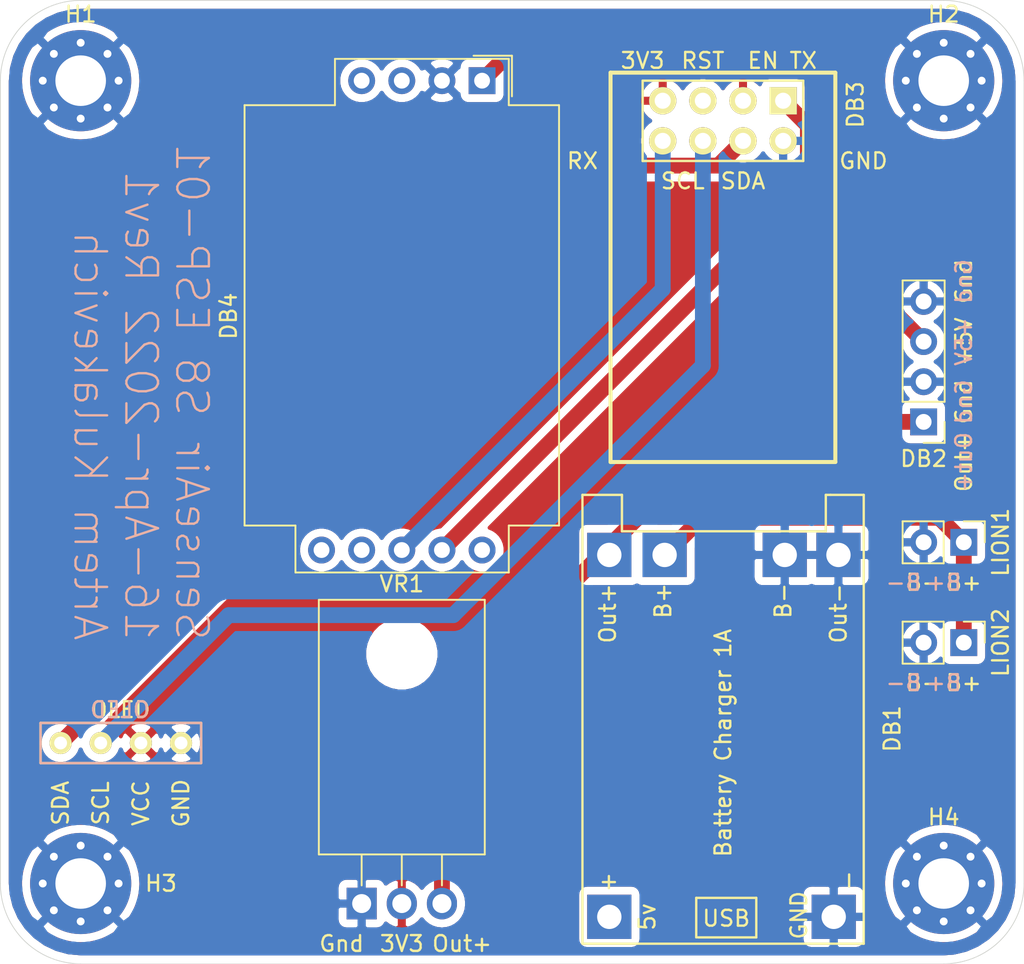
<source format=kicad_pcb>
(kicad_pcb (version 20171130) (host pcbnew "(5.1.10)-1")

  (general
    (thickness 1.6)
    (drawings 40)
    (tracks 28)
    (zones 0)
    (modules 12)
    (nets 17)
  )

  (page A4)
  (layers
    (0 F.Cu signal hide)
    (31 B.Cu signal)
    (32 B.Adhes user)
    (33 F.Adhes user)
    (34 B.Paste user)
    (35 F.Paste user)
    (36 B.SilkS user hide)
    (37 F.SilkS user)
    (38 B.Mask user)
    (39 F.Mask user)
    (40 Dwgs.User user)
    (41 Cmts.User user)
    (42 Eco1.User user)
    (43 Eco2.User user)
    (44 Edge.Cuts user)
    (45 Margin user)
    (46 B.CrtYd user)
    (47 F.CrtYd user)
    (48 B.Fab user hide)
    (49 F.Fab user hide)
  )

  (setup
    (last_trace_width 1)
    (user_trace_width 0.3)
    (user_trace_width 0.5)
    (user_trace_width 0.75)
    (user_trace_width 1)
    (trace_clearance 0.2)
    (zone_clearance 0.508)
    (zone_45_only no)
    (trace_min 0.2)
    (via_size 0.8)
    (via_drill 0.4)
    (via_min_size 0.4)
    (via_min_drill 0.3)
    (uvia_size 0.3)
    (uvia_drill 0.1)
    (uvias_allowed no)
    (uvia_min_size 0.2)
    (uvia_min_drill 0.1)
    (edge_width 0.05)
    (segment_width 0.2)
    (pcb_text_width 0.3)
    (pcb_text_size 1.5 1.5)
    (mod_edge_width 0.12)
    (mod_text_size 1 1)
    (mod_text_width 0.15)
    (pad_size 1.524 1.524)
    (pad_drill 0.762)
    (pad_to_mask_clearance 0)
    (aux_axis_origin 0 0)
    (visible_elements FFFFF77F)
    (pcbplotparams
      (layerselection 0x010fc_ffffffff)
      (usegerberextensions false)
      (usegerberattributes true)
      (usegerberadvancedattributes true)
      (creategerberjobfile false)
      (excludeedgelayer true)
      (linewidth 0.100000)
      (plotframeref false)
      (viasonmask false)
      (mode 1)
      (useauxorigin false)
      (hpglpennumber 1)
      (hpglpenspeed 20)
      (hpglpendiameter 15.000000)
      (psnegative false)
      (psa4output false)
      (plotreference true)
      (plotvalue true)
      (plotinvisibletext false)
      (padsonsilk false)
      (subtractmaskfromsilk false)
      (outputformat 1)
      (mirror false)
      (drillshape 0)
      (scaleselection 1)
      (outputdirectory "gerber/"))
  )

  (net 0 "")
  (net 1 GND)
  (net 2 "Net-(DB1-Pad5)")
  (net 3 "Net-(DB1-Pad3)")
  (net 4 VCC)
  (net 5 +5V)
  (net 6 "Net-(DB3-Pad1)")
  (net 7 +3V3)
  (net 8 /SDA)
  (net 9 "Net-(DB3-Pad5)")
  (net 10 /SCL)
  (net 11 "Net-(DB3-Pad8)")
  (net 12 "Net-(DB4-Pad9)")
  (net 13 "Net-(DB4-Pad6)")
  (net 14 "Net-(DB4-Pad4)")
  (net 15 "Net-(DB4-Pad3)")
  (net 16 "Net-(DB4-Pad5)")

  (net_class Default "This is the default net class."
    (clearance 0.2)
    (trace_width 0.25)
    (via_dia 0.8)
    (via_drill 0.4)
    (uvia_dia 0.3)
    (uvia_drill 0.1)
    (add_net +3V3)
    (add_net +5V)
    (add_net /SCL)
    (add_net /SDA)
    (add_net GND)
    (add_net "Net-(DB1-Pad3)")
    (add_net "Net-(DB1-Pad5)")
    (add_net "Net-(DB3-Pad1)")
    (add_net "Net-(DB3-Pad5)")
    (add_net "Net-(DB3-Pad8)")
    (add_net "Net-(DB4-Pad3)")
    (add_net "Net-(DB4-Pad4)")
    (add_net "Net-(DB4-Pad5)")
    (add_net "Net-(DB4-Pad6)")
    (add_net "Net-(DB4-Pad9)")
    (add_net VCC)
  )

  (module SenseAirS8:Senseair_S8_Up (layer F.Cu) (tedit 5F55AB3B) (tstamp 625CF3F3)
    (at 135.89 69.85 270)
    (descr "Sensair S8 Series CO2 sensor, 1kHz PWM output, Modbus, THT")
    (tags "co2 gas sensor pwm modbus")
    (path /625AE47E)
    (fp_text reference DB4 (at 14.9 16.04 90) (layer F.SilkS)
      (effects (font (size 1 1) (thickness 0.15)))
    )
    (fp_text value 004-0-0053 (at 14.57 -5.81 270) (layer F.Fab)
      (effects (font (size 1 1) (thickness 0.15)))
    )
    (fp_line (start -1.58 -1.89) (end 0.99 -1.89) (layer F.SilkS) (width 0.12))
    (fp_line (start -1.58 0.54) (end -1.58 -1.89) (layer F.SilkS) (width 0.12))
    (fp_line (start 28.15 15.03) (end 1.55 15.03) (layer F.SilkS) (width 0.12))
    (fp_line (start 1.45 -4.97) (end 1.45 -1.79) (layer F.CrtYd) (width 0.05))
    (fp_line (start 1.45 -1.79) (end -1.48 -1.79) (layer F.CrtYd) (width 0.05))
    (fp_line (start 1.45 9.41) (end -1.48 9.41) (layer F.CrtYd) (width 0.05))
    (fp_line (start 1.45 9.41) (end 1.45 15.13) (layer F.CrtYd) (width 0.05))
    (fp_line (start -1.48 9.41) (end -1.48 -1.79) (layer F.CrtYd) (width 0.05))
    (fp_line (start 1.45 -4.97) (end 28.25 -4.97) (layer F.CrtYd) (width 0.05))
    (fp_line (start 28.25 -1.79) (end 28.25 -4.97) (layer F.CrtYd) (width 0.05))
    (fp_line (start 31.22 -1.79) (end 28.25 -1.79) (layer F.CrtYd) (width 0.05))
    (fp_line (start 31.22 11.91) (end 31.22 -1.79) (layer F.CrtYd) (width 0.05))
    (fp_line (start 31.22 11.91) (end 28.25 11.91) (layer F.CrtYd) (width 0.05))
    (fp_line (start 28.25 15.13) (end 28.25 11.91) (layer F.CrtYd) (width 0.05))
    (fp_line (start 28.25 15.13) (end 1.45 15.13) (layer F.CrtYd) (width 0.05))
    (fp_line (start 30.97 11.66) (end 30.97 -1.54) (layer F.Fab) (width 0.1))
    (fp_line (start 28 -1.54) (end 28 -4.72) (layer F.Fab) (width 0.1))
    (fp_line (start 28 14.88) (end 1.7 14.88) (layer F.Fab) (width 0.1))
    (fp_line (start 1.7 -4.72) (end 1.7 -1.54) (layer F.Fab) (width 0.1))
    (fp_line (start 1.7 -4.72) (end 28 -4.72) (layer F.Fab) (width 0.1))
    (fp_line (start -1.23 9.16) (end -1.23 -0.54) (layer F.Fab) (width 0.1))
    (fp_line (start 30.97 11.66) (end 28 11.66) (layer F.Fab) (width 0.1))
    (fp_line (start 30.97 -1.54) (end 28 -1.54) (layer F.Fab) (width 0.1))
    (fp_line (start 1.7 -1.54) (end -0.23 -1.54) (layer F.Fab) (width 0.1))
    (fp_line (start 1.7 9.16) (end -1.23 9.16) (layer F.Fab) (width 0.1))
    (fp_line (start 28 14.88) (end 28 11.66) (layer F.Fab) (width 0.1))
    (fp_line (start 1.7 9.16) (end 1.7 14.88) (layer F.Fab) (width 0.1))
    (fp_line (start -1.23 -0.54) (end -0.23 -1.54) (layer F.Fab) (width 0.1))
    (fp_line (start 1.55 9.31) (end 1.55 15.03) (layer F.SilkS) (width 0.12))
    (fp_line (start 1.55 9.31) (end -1.38 9.31) (layer F.SilkS) (width 0.12))
    (fp_line (start -1.38 9.31) (end -1.38 -1.69) (layer F.SilkS) (width 0.12))
    (fp_line (start 1.55 -1.69) (end -1.38 -1.69) (layer F.SilkS) (width 0.12))
    (fp_line (start 1.55 -4.87) (end 28.15 -4.87) (layer F.SilkS) (width 0.12))
    (fp_line (start 31.12 -1.69) (end 28.15 -1.69) (layer F.SilkS) (width 0.12))
    (fp_line (start 31.12 11.81) (end 28.15 11.81) (layer F.SilkS) (width 0.12))
    (fp_line (start 1.55 -4.87) (end 1.55 -1.69) (layer F.SilkS) (width 0.12))
    (fp_line (start 28.15 -1.69) (end 28.15 -4.87) (layer F.SilkS) (width 0.12))
    (fp_line (start 31.12 11.81) (end 31.12 -1.69) (layer F.SilkS) (width 0.12))
    (fp_line (start 28.15 15.03) (end 28.15 11.81) (layer F.SilkS) (width 0.12))
    (fp_text user %R (at 14.74 5.07 270) (layer F.Fab)
      (effects (font (size 1 1) (thickness 0.15)))
    )
    (pad 9 thru_hole circle (at 29.7 0 90) (size 1.7 1.7) (drill 1) (layers *.Cu *.Mask)
      (net 12 "Net-(DB4-Pad9)"))
    (pad 8 thru_hole circle (at 29.7 2.54 90) (size 1.7 1.7) (drill 1) (layers *.Cu *.Mask)
      (net 6 "Net-(DB3-Pad1)"))
    (pad 7 thru_hole circle (at 29.7 5.08 90) (size 1.7 1.7) (drill 1) (layers *.Cu *.Mask)
      (net 11 "Net-(DB3-Pad8)"))
    (pad 6 thru_hole circle (at 29.7 7.62 90) (size 1.7 1.7) (drill 1) (layers *.Cu *.Mask)
      (net 13 "Net-(DB4-Pad6)"))
    (pad 4 thru_hole circle (at 0 7.62 90) (size 1.7 1.7) (drill 1) (layers *.Cu *.Mask)
      (net 14 "Net-(DB4-Pad4)"))
    (pad 1 thru_hole rect (at 0 0 90) (size 1.7 1.7) (drill 1) (layers *.Cu *.Mask)
      (net 5 +5V))
    (pad 2 thru_hole circle (at 0 2.54 90) (size 1.7 1.7) (drill 1) (layers *.Cu *.Mask)
      (net 1 GND))
    (pad 3 thru_hole circle (at 0 5.08 90) (size 1.7 1.7) (drill 1) (layers *.Cu *.Mask)
      (net 15 "Net-(DB4-Pad3)"))
    (pad 5 thru_hole circle (at 29.7 10.16 90) (size 1.7 1.7) (drill 1) (layers *.Cu *.Mask)
      (net 16 "Net-(DB4-Pad5)"))
    (model ${KISYS3DMOD}/Sensor.3dshapes/Senseair_S8_Up.wrl
      (at (xyz 0 0 0))
      (scale (xyz 1 1 1))
      (rotate (xyz 0 0 0))
    )
  )

  (module Connector_PinHeader_2.54mm:PinHeader_1x02_P2.54mm_Vertical (layer F.Cu) (tedit 59FED5CC) (tstamp 625CF42C)
    (at 166.37 105.41 270)
    (descr "Through hole straight pin header, 1x02, 2.54mm pitch, single row")
    (tags "Through hole pin header THT 1x02 2.54mm single row")
    (path /625CCE9B)
    (fp_text reference LION2 (at 0 -2.33 90) (layer F.SilkS)
      (effects (font (size 1 1) (thickness 0.15)))
    )
    (fp_text value "3.7V BAT" (at 0 4.87 90) (layer F.Fab)
      (effects (font (size 1 1) (thickness 0.15)))
    )
    (fp_text user %R (at 0 1.27) (layer F.Fab)
      (effects (font (size 1 1) (thickness 0.15)))
    )
    (fp_line (start -0.635 -1.27) (end 1.27 -1.27) (layer F.Fab) (width 0.1))
    (fp_line (start 1.27 -1.27) (end 1.27 3.81) (layer F.Fab) (width 0.1))
    (fp_line (start 1.27 3.81) (end -1.27 3.81) (layer F.Fab) (width 0.1))
    (fp_line (start -1.27 3.81) (end -1.27 -0.635) (layer F.Fab) (width 0.1))
    (fp_line (start -1.27 -0.635) (end -0.635 -1.27) (layer F.Fab) (width 0.1))
    (fp_line (start -1.33 3.87) (end 1.33 3.87) (layer F.SilkS) (width 0.12))
    (fp_line (start -1.33 1.27) (end -1.33 3.87) (layer F.SilkS) (width 0.12))
    (fp_line (start 1.33 1.27) (end 1.33 3.87) (layer F.SilkS) (width 0.12))
    (fp_line (start -1.33 1.27) (end 1.33 1.27) (layer F.SilkS) (width 0.12))
    (fp_line (start -1.33 0) (end -1.33 -1.33) (layer F.SilkS) (width 0.12))
    (fp_line (start -1.33 -1.33) (end 0 -1.33) (layer F.SilkS) (width 0.12))
    (fp_line (start -1.8 -1.8) (end -1.8 4.35) (layer F.CrtYd) (width 0.05))
    (fp_line (start -1.8 4.35) (end 1.8 4.35) (layer F.CrtYd) (width 0.05))
    (fp_line (start 1.8 4.35) (end 1.8 -1.8) (layer F.CrtYd) (width 0.05))
    (fp_line (start 1.8 -1.8) (end -1.8 -1.8) (layer F.CrtYd) (width 0.05))
    (pad 2 thru_hole oval (at 0 2.54 270) (size 1.7 1.7) (drill 1) (layers *.Cu *.Mask)
      (net 1 GND))
    (pad 1 thru_hole rect (at 0 0 270) (size 1.7 1.7) (drill 1) (layers *.Cu *.Mask)
      (net 2 "Net-(DB1-Pad5)"))
    (model ${KISYS3DMOD}/Connector_PinHeader_2.54mm.3dshapes/PinHeader_1x02_P2.54mm_Vertical.wrl
      (at (xyz 0 0 0))
      (scale (xyz 1 1 1))
      (rotate (xyz 0 0 0))
    )
  )

  (module ESP8266:ESP-01 (layer F.Cu) (tedit 577EF889) (tstamp 625CF3BE)
    (at 154.94 71.12 270)
    (descr "Module, ESP-8266, ESP-01, 8 pin")
    (tags "Module ESP-8266 ESP8266")
    (path /625AD472)
    (fp_text reference DB3 (at 0.254 -4.572 90) (layer F.SilkS)
      (effects (font (size 1 1) (thickness 0.15)))
    )
    (fp_text value ESP-01v090 (at 12.192 3.556 90) (layer F.Fab)
      (effects (font (size 1 1) (thickness 0.15)))
    )
    (fp_line (start 3.81 -1.27) (end 1.27 -1.27) (layer F.SilkS) (width 0.1524))
    (fp_line (start 3.81 8.89) (end 3.81 -1.27) (layer F.SilkS) (width 0.1524))
    (fp_line (start -1.27 8.89) (end 3.81 8.89) (layer F.SilkS) (width 0.1524))
    (fp_line (start -1.27 1.27) (end -1.27 8.89) (layer F.SilkS) (width 0.1524))
    (fp_line (start -1.75 9.4) (end 4.3 9.4) (layer F.CrtYd) (width 0.05))
    (fp_line (start -1.75 -1.75) (end 4.3 -1.75) (layer F.CrtYd) (width 0.05))
    (fp_line (start 4.3 -1.75) (end 4.3 9.4) (layer F.CrtYd) (width 0.05))
    (fp_line (start -1.75 -1.75) (end -1.75 9.4) (layer F.CrtYd) (width 0.05))
    (fp_line (start -1.27 -1.27) (end -1.27 1.27) (layer F.SilkS) (width 0.1524))
    (fp_line (start 1.27 -1.27) (end -1.27 -1.27) (layer F.SilkS) (width 0.1524))
    (fp_line (start -1.778 10.922) (end -1.778 -3.302) (layer F.Fab) (width 0.05))
    (fp_line (start 22.86 10.922) (end -1.778 10.922) (layer F.Fab) (width 0.05))
    (fp_line (start 22.86 -3.302) (end 22.86 10.922) (layer F.Fab) (width 0.05))
    (fp_line (start -1.778 -3.302) (end 22.86 -3.302) (layer F.Fab) (width 0.05))
    (fp_line (start -1.778 10.922) (end -1.778 -3.302) (layer F.SilkS) (width 0.254))
    (fp_line (start 22.86 10.922) (end -1.778 10.922) (layer F.SilkS) (width 0.254))
    (fp_line (start 22.86 -3.302) (end 22.86 10.922) (layer F.SilkS) (width 0.254))
    (fp_line (start -1.778 -3.302) (end 22.86 -3.302) (layer F.SilkS) (width 0.254))
    (pad 1 thru_hole rect (at 0 0 270) (size 1.7272 1.7272) (drill 1.016) (layers *.Cu *.Mask F.SilkS)
      (net 6 "Net-(DB3-Pad1)"))
    (pad 2 thru_hole oval (at 2.54 0 270) (size 1.7272 1.7272) (drill 1.016) (layers *.Cu *.Mask F.SilkS)
      (net 1 GND))
    (pad 3 thru_hole oval (at 0 2.54 270) (size 1.7272 1.7272) (drill 1.016) (layers *.Cu *.Mask F.SilkS)
      (net 7 +3V3))
    (pad 4 thru_hole oval (at 2.54 2.54 270) (size 1.7272 1.7272) (drill 1.016) (layers *.Cu *.Mask F.SilkS)
      (net 8 /SDA))
    (pad 5 thru_hole oval (at 0 5.08 270) (size 1.7272 1.7272) (drill 1.016) (layers *.Cu *.Mask F.SilkS)
      (net 9 "Net-(DB3-Pad5)"))
    (pad 6 thru_hole oval (at 2.54 5.08 270) (size 1.7272 1.7272) (drill 1.016) (layers *.Cu *.Mask F.SilkS)
      (net 10 /SCL))
    (pad 7 thru_hole oval (at 0 7.62 270) (size 1.7272 1.7272) (drill 1.016) (layers *.Cu *.Mask F.SilkS)
      (net 7 +3V3))
    (pad 8 thru_hole oval (at 2.54 7.62 270) (size 1.7272 1.7272) (drill 1.016) (layers *.Cu *.Mask F.SilkS)
      (net 11 "Net-(DB3-Pad8)"))
  )

  (module TP4056:TP4056-18650 (layer F.Cu) (tedit 58E55FCB) (tstamp 625CF388)
    (at 142.24 124.46 90)
    (path /625C7147)
    (fp_text reference DB1 (at 13.6 19.6 90) (layer F.SilkS)
      (effects (font (size 1 1) (thickness 0.15)))
    )
    (fp_text value 03962A (at 13 -1.6 90) (layer F.Fab)
      (effects (font (size 1 1) (thickness 0.15)))
    )
    (fp_line (start 0 0) (end 26.3 0) (layer F.SilkS) (width 0.15))
    (fp_line (start 0.4 11) (end 0.4 7.3) (layer F.SilkS) (width 0.15))
    (fp_line (start 2.9 11) (end 0.4 11) (layer F.SilkS) (width 0.15))
    (fp_line (start 2.9 7.2) (end 2.9 11) (layer F.SilkS) (width 0.15))
    (fp_line (start 0.4 7.2) (end 2.9 7.2) (layer F.SilkS) (width 0.15))
    (fp_line (start 0 17.8) (end 0 0) (layer F.SilkS) (width 0.15))
    (fp_line (start 28.4 17.8) (end 0 17.8) (layer F.SilkS) (width 0.15))
    (fp_line (start 28.4 15.7) (end 28.4 17.8) (layer F.SilkS) (width 0.15))
    (fp_line (start 28.4 2.5) (end 26.1 2.5) (layer F.SilkS) (width 0.15))
    (fp_line (start 28.4 0) (end 28.4 2.5) (layer F.SilkS) (width 0.15))
    (fp_line (start 26.3 0) (end 28.4 0) (layer F.SilkS) (width 0.15))
    (fp_line (start 28.4 15.4) (end 28.4 15.7) (layer F.SilkS) (width 0.15))
    (fp_line (start 26.3 15.4) (end 28.4 15.4) (layer F.SilkS) (width 0.15))
    (fp_line (start 26.1 15.4) (end 26.4 15.4) (layer F.SilkS) (width 0.15))
    (fp_line (start 26.1 2.5) (end 26.1 15.4) (layer F.SilkS) (width 0.15))
    (fp_text user "Battery Charger 1A" (at 12.7 8.9 90) (layer F.SilkS)
      (effects (font (size 1 1) (thickness 0.15)))
    )
    (fp_text user GND (at 1.8 13.7 90) (layer F.SilkS)
      (effects (font (size 1 1) (thickness 0.15)))
    )
    (fp_text user 5v (at 1.7 4.1 90) (layer F.SilkS)
      (effects (font (size 1 1) (thickness 0.15)))
    )
    (fp_text user B+ (at 21.7 5.1 90) (layer F.SilkS)
      (effects (font (size 1 1) (thickness 0.15)))
    )
    (fp_text user B- (at 21.7 12.7 90) (layer F.SilkS)
      (effects (font (size 1 1) (thickness 0.15)))
    )
    (fp_text user Out+ (at 20.9 1.6 90) (layer F.SilkS)
      (effects (font (size 1 1) (thickness 0.15)))
    )
    (fp_text user Out- (at 20.9 16.2 90) (layer F.SilkS)
      (effects (font (size 1 1) (thickness 0.15)))
    )
    (fp_text user USB (at 1.6 9.1) (layer F.SilkS)
      (effects (font (size 1 1) (thickness 0.15)))
    )
    (fp_text user - (at 4 16.8 90) (layer F.SilkS)
      (effects (font (size 1 1) (thickness 0.15)))
    )
    (fp_text user + (at 3.9 1.6 90) (layer F.SilkS)
      (effects (font (size 1 1) (thickness 0.15)))
    )
    (pad 6 thru_hole rect (at 24.6 12.8 90) (size 2.8 2.8) (drill 1.54) (layers *.Cu *.Mask)
      (net 1 GND))
    (pad 5 thru_hole rect (at 24.6 5.2 90) (size 2.8 2.8) (drill 1.54) (layers *.Cu *.Mask)
      (net 2 "Net-(DB1-Pad5)"))
    (pad 4 thru_hole rect (at 24.6 16.2 90) (size 2.8 2.8) (drill 1.54) (layers *.Cu *.Mask)
      (net 1 GND))
    (pad 3 thru_hole rect (at 24.6 1.7 90) (size 2.8 2.8) (drill 1.54) (layers *.Cu *.Mask)
      (net 3 "Net-(DB1-Pad3)"))
    (pad 2 thru_hole rect (at 1.7 15.9 90) (size 2.8 2.8) (drill 1.54) (layers *.Cu *.Mask)
      (net 1 GND))
    (pad 1 thru_hole rect (at 1.7 1.7 90) (size 2.8 2.8) (drill 1.54) (layers *.Cu *.Mask)
      (net 4 VCC))
  )

  (module Connector_PinHeader_2.54mm:PinHeader_1x04_P2.54mm_Vertical (layer F.Cu) (tedit 59FED5CC) (tstamp 625CFA8F)
    (at 163.83 91.44 180)
    (descr "Through hole straight pin header, 1x04, 2.54mm pitch, single row")
    (tags "Through hole pin header THT 1x04 2.54mm single row")
    (path /625DAE97)
    (fp_text reference DB2 (at 0 -2.33) (layer F.SilkS)
      (effects (font (size 1 1) (thickness 0.15)))
    )
    (fp_text value XL6019 (at 0 9.95) (layer F.Fab)
      (effects (font (size 1 1) (thickness 0.15)))
    )
    (fp_line (start 1.8 -1.8) (end -1.8 -1.8) (layer F.CrtYd) (width 0.05))
    (fp_line (start 1.8 9.4) (end 1.8 -1.8) (layer F.CrtYd) (width 0.05))
    (fp_line (start -1.8 9.4) (end 1.8 9.4) (layer F.CrtYd) (width 0.05))
    (fp_line (start -1.8 -1.8) (end -1.8 9.4) (layer F.CrtYd) (width 0.05))
    (fp_line (start -1.33 -1.33) (end 0 -1.33) (layer F.SilkS) (width 0.12))
    (fp_line (start -1.33 0) (end -1.33 -1.33) (layer F.SilkS) (width 0.12))
    (fp_line (start -1.33 1.27) (end 1.33 1.27) (layer F.SilkS) (width 0.12))
    (fp_line (start 1.33 1.27) (end 1.33 8.95) (layer F.SilkS) (width 0.12))
    (fp_line (start -1.33 1.27) (end -1.33 8.95) (layer F.SilkS) (width 0.12))
    (fp_line (start -1.33 8.95) (end 1.33 8.95) (layer F.SilkS) (width 0.12))
    (fp_line (start -1.27 -0.635) (end -0.635 -1.27) (layer F.Fab) (width 0.1))
    (fp_line (start -1.27 8.89) (end -1.27 -0.635) (layer F.Fab) (width 0.1))
    (fp_line (start 1.27 8.89) (end -1.27 8.89) (layer F.Fab) (width 0.1))
    (fp_line (start 1.27 -1.27) (end 1.27 8.89) (layer F.Fab) (width 0.1))
    (fp_line (start -0.635 -1.27) (end 1.27 -1.27) (layer F.Fab) (width 0.1))
    (fp_text user %R (at 0 3.81 90) (layer F.Fab)
      (effects (font (size 1 1) (thickness 0.15)))
    )
    (pad 1 thru_hole rect (at 0 0 180) (size 1.7 1.7) (drill 1) (layers *.Cu *.Mask)
      (net 3 "Net-(DB1-Pad3)"))
    (pad 2 thru_hole oval (at 0 2.54 180) (size 1.7 1.7) (drill 1) (layers *.Cu *.Mask)
      (net 1 GND))
    (pad 3 thru_hole oval (at 0 5.08 180) (size 1.7 1.7) (drill 1) (layers *.Cu *.Mask)
      (net 5 +5V))
    (pad 4 thru_hole oval (at 0 7.62 180) (size 1.7 1.7) (drill 1) (layers *.Cu *.Mask)
      (net 1 GND))
    (model ${KISYS3DMOD}/Connector_PinHeader_2.54mm.3dshapes/PinHeader_1x04_P2.54mm_Vertical.wrl
      (at (xyz 0 0 0))
      (scale (xyz 1 1 1))
      (rotate (xyz 0 0 0))
    )
  )

  (module Connector_PinHeader_2.54mm:PinHeader_1x02_P2.54mm_Vertical (layer F.Cu) (tedit 59FED5CC) (tstamp 625CF416)
    (at 166.37 99.06 270)
    (descr "Through hole straight pin header, 1x02, 2.54mm pitch, single row")
    (tags "Through hole pin header THT 1x02 2.54mm single row")
    (path /625CB43C)
    (fp_text reference LION1 (at 0 -2.33 90) (layer F.SilkS)
      (effects (font (size 1 1) (thickness 0.15)))
    )
    (fp_text value "3.7V BAT" (at 0 4.87 90) (layer F.Fab)
      (effects (font (size 1 1) (thickness 0.15)))
    )
    (fp_line (start 1.8 -1.8) (end -1.8 -1.8) (layer F.CrtYd) (width 0.05))
    (fp_line (start 1.8 4.35) (end 1.8 -1.8) (layer F.CrtYd) (width 0.05))
    (fp_line (start -1.8 4.35) (end 1.8 4.35) (layer F.CrtYd) (width 0.05))
    (fp_line (start -1.8 -1.8) (end -1.8 4.35) (layer F.CrtYd) (width 0.05))
    (fp_line (start -1.33 -1.33) (end 0 -1.33) (layer F.SilkS) (width 0.12))
    (fp_line (start -1.33 0) (end -1.33 -1.33) (layer F.SilkS) (width 0.12))
    (fp_line (start -1.33 1.27) (end 1.33 1.27) (layer F.SilkS) (width 0.12))
    (fp_line (start 1.33 1.27) (end 1.33 3.87) (layer F.SilkS) (width 0.12))
    (fp_line (start -1.33 1.27) (end -1.33 3.87) (layer F.SilkS) (width 0.12))
    (fp_line (start -1.33 3.87) (end 1.33 3.87) (layer F.SilkS) (width 0.12))
    (fp_line (start -1.27 -0.635) (end -0.635 -1.27) (layer F.Fab) (width 0.1))
    (fp_line (start -1.27 3.81) (end -1.27 -0.635) (layer F.Fab) (width 0.1))
    (fp_line (start 1.27 3.81) (end -1.27 3.81) (layer F.Fab) (width 0.1))
    (fp_line (start 1.27 -1.27) (end 1.27 3.81) (layer F.Fab) (width 0.1))
    (fp_line (start -0.635 -1.27) (end 1.27 -1.27) (layer F.Fab) (width 0.1))
    (fp_text user %R (at 0 1.27) (layer F.Fab)
      (effects (font (size 1 1) (thickness 0.15)))
    )
    (pad 1 thru_hole rect (at 0 0 270) (size 1.7 1.7) (drill 1) (layers *.Cu *.Mask)
      (net 2 "Net-(DB1-Pad5)"))
    (pad 2 thru_hole oval (at 0 2.54 270) (size 1.7 1.7) (drill 1) (layers *.Cu *.Mask)
      (net 1 GND))
    (model ${KISYS3DMOD}/Connector_PinHeader_2.54mm.3dshapes/PinHeader_1x02_P2.54mm_Vertical.wrl
      (at (xyz 0 0 0))
      (scale (xyz 1 1 1))
      (rotate (xyz 0 0 0))
    )
  )

  (module Package_TO_SOT_THT:TO-220F-3_Horizontal_TabDown (layer F.Cu) (tedit 5AC8BA0D) (tstamp 625CF44C)
    (at 128.27 121.92)
    (descr "TO-220F-3, Horizontal, RM 2.54mm, see http://www.st.com/resource/en/datasheet/stp20nm60.pdf")
    (tags "TO-220F-3 Horizontal RM 2.54mm")
    (path /625B06B3)
    (fp_text reference VR1 (at 2.54 -20.22) (layer F.SilkS)
      (effects (font (size 1 1) (thickness 0.15)))
    )
    (fp_text value MC33269 (at 2.54 2) (layer F.Fab)
      (effects (font (size 1 1) (thickness 0.15)))
    )
    (fp_line (start 7.92 -19.35) (end -2.84 -19.35) (layer F.CrtYd) (width 0.05))
    (fp_line (start 7.92 1.25) (end 7.92 -19.35) (layer F.CrtYd) (width 0.05))
    (fp_line (start -2.84 1.25) (end 7.92 1.25) (layer F.CrtYd) (width 0.05))
    (fp_line (start -2.84 -19.35) (end -2.84 1.25) (layer F.CrtYd) (width 0.05))
    (fp_line (start 5.08 -3.11) (end 5.08 -1.15) (layer F.SilkS) (width 0.12))
    (fp_line (start 2.54 -3.11) (end 2.54 -1.15) (layer F.SilkS) (width 0.12))
    (fp_line (start 0 -3.11) (end 0 -1.15) (layer F.SilkS) (width 0.12))
    (fp_line (start 7.79 -19.22) (end 7.79 -3.11) (layer F.SilkS) (width 0.12))
    (fp_line (start -2.71 -19.22) (end -2.71 -3.11) (layer F.SilkS) (width 0.12))
    (fp_line (start -2.71 -19.22) (end 7.79 -19.22) (layer F.SilkS) (width 0.12))
    (fp_line (start -2.71 -3.11) (end 7.79 -3.11) (layer F.SilkS) (width 0.12))
    (fp_line (start 5.08 -3.23) (end 5.08 0) (layer F.Fab) (width 0.1))
    (fp_line (start 2.54 -3.23) (end 2.54 0) (layer F.Fab) (width 0.1))
    (fp_line (start 0 -3.23) (end 0 0) (layer F.Fab) (width 0.1))
    (fp_line (start 7.67 -3.23) (end -2.59 -3.23) (layer F.Fab) (width 0.1))
    (fp_line (start 7.67 -12.42) (end 7.67 -3.23) (layer F.Fab) (width 0.1))
    (fp_line (start -2.59 -12.42) (end 7.67 -12.42) (layer F.Fab) (width 0.1))
    (fp_line (start -2.59 -3.23) (end -2.59 -12.42) (layer F.Fab) (width 0.1))
    (fp_line (start 7.67 -12.42) (end -2.59 -12.42) (layer F.Fab) (width 0.1))
    (fp_line (start 7.67 -19.1) (end 7.67 -12.42) (layer F.Fab) (width 0.1))
    (fp_line (start -2.59 -19.1) (end 7.67 -19.1) (layer F.Fab) (width 0.1))
    (fp_line (start -2.59 -12.42) (end -2.59 -19.1) (layer F.Fab) (width 0.1))
    (fp_circle (center 2.54 -15.8) (end 4.39 -15.8) (layer F.Fab) (width 0.1))
    (fp_text user %R (at 2.54 -20.22) (layer F.Fab)
      (effects (font (size 1 1) (thickness 0.15)))
    )
    (pad "" np_thru_hole oval (at 2.54 -15.8) (size 3.5 3.5) (drill 3.5) (layers *.Cu *.Mask))
    (pad 1 thru_hole rect (at 0 0) (size 1.905 2) (drill 1.2) (layers *.Cu *.Mask)
      (net 1 GND))
    (pad 2 thru_hole oval (at 2.54 0) (size 1.905 2) (drill 1.2) (layers *.Cu *.Mask)
      (net 7 +3V3))
    (pad 3 thru_hole oval (at 5.08 0) (size 1.905 2) (drill 1.2) (layers *.Cu *.Mask)
      (net 3 "Net-(DB1-Pad3)"))
    (model ${KISYS3DMOD}/Package_TO_SOT_THT.3dshapes/TO-220F-3_Horizontal_TabDown.wrl
      (at (xyz 0 0 0))
      (scale (xyz 1 1 1))
      (rotate (xyz 0 0 0))
    )
  )

  (module MountingHole:MountingHole_3.2mm_M3_Pad_Via (layer F.Cu) (tedit 56DDBCCA) (tstamp 625D1882)
    (at 110.49 69.85)
    (descr "Mounting Hole 3.2mm, M3")
    (tags "mounting hole 3.2mm m3")
    (path /6261C4CA)
    (attr virtual)
    (fp_text reference H1 (at 0 -4.2) (layer F.SilkS)
      (effects (font (size 1 1) (thickness 0.15)))
    )
    (fp_text value MountingHole_Pad (at 0 4.2) (layer F.Fab)
      (effects (font (size 1 1) (thickness 0.15)))
    )
    (fp_circle (center 0 0) (end 3.45 0) (layer F.CrtYd) (width 0.05))
    (fp_circle (center 0 0) (end 3.2 0) (layer Cmts.User) (width 0.15))
    (fp_text user %R (at 0.3 0) (layer F.Fab)
      (effects (font (size 1 1) (thickness 0.15)))
    )
    (pad 1 thru_hole circle (at 0 0) (size 6.4 6.4) (drill 3.2) (layers *.Cu *.Mask)
      (net 1 GND))
    (pad 1 thru_hole circle (at 2.4 0) (size 0.8 0.8) (drill 0.5) (layers *.Cu *.Mask)
      (net 1 GND))
    (pad 1 thru_hole circle (at 1.697056 1.697056) (size 0.8 0.8) (drill 0.5) (layers *.Cu *.Mask)
      (net 1 GND))
    (pad 1 thru_hole circle (at 0 2.4) (size 0.8 0.8) (drill 0.5) (layers *.Cu *.Mask)
      (net 1 GND))
    (pad 1 thru_hole circle (at -1.697056 1.697056) (size 0.8 0.8) (drill 0.5) (layers *.Cu *.Mask)
      (net 1 GND))
    (pad 1 thru_hole circle (at -2.4 0) (size 0.8 0.8) (drill 0.5) (layers *.Cu *.Mask)
      (net 1 GND))
    (pad 1 thru_hole circle (at -1.697056 -1.697056) (size 0.8 0.8) (drill 0.5) (layers *.Cu *.Mask)
      (net 1 GND))
    (pad 1 thru_hole circle (at 0 -2.4) (size 0.8 0.8) (drill 0.5) (layers *.Cu *.Mask)
      (net 1 GND))
    (pad 1 thru_hole circle (at 1.697056 -1.697056) (size 0.8 0.8) (drill 0.5) (layers *.Cu *.Mask)
      (net 1 GND))
  )

  (module MountingHole:MountingHole_3.2mm_M3_Pad_Via (layer F.Cu) (tedit 56DDBCCA) (tstamp 625D08E2)
    (at 165.1 69.85)
    (descr "Mounting Hole 3.2mm, M3")
    (tags "mounting hole 3.2mm m3")
    (path /6261FD9D)
    (attr virtual)
    (fp_text reference H2 (at 0 -4.2) (layer F.SilkS)
      (effects (font (size 1 1) (thickness 0.15)))
    )
    (fp_text value MountingHole_Pad (at 0 4.2) (layer F.Fab)
      (effects (font (size 1 1) (thickness 0.15)))
    )
    (fp_text user %R (at 0.3 0) (layer F.Fab)
      (effects (font (size 1 1) (thickness 0.15)))
    )
    (fp_circle (center 0 0) (end 3.2 0) (layer Cmts.User) (width 0.15))
    (fp_circle (center 0 0) (end 3.45 0) (layer F.CrtYd) (width 0.05))
    (pad 1 thru_hole circle (at 1.697056 -1.697056) (size 0.8 0.8) (drill 0.5) (layers *.Cu *.Mask)
      (net 1 GND))
    (pad 1 thru_hole circle (at 0 -2.4) (size 0.8 0.8) (drill 0.5) (layers *.Cu *.Mask)
      (net 1 GND))
    (pad 1 thru_hole circle (at -1.697056 -1.697056) (size 0.8 0.8) (drill 0.5) (layers *.Cu *.Mask)
      (net 1 GND))
    (pad 1 thru_hole circle (at -2.4 0) (size 0.8 0.8) (drill 0.5) (layers *.Cu *.Mask)
      (net 1 GND))
    (pad 1 thru_hole circle (at -1.697056 1.697056) (size 0.8 0.8) (drill 0.5) (layers *.Cu *.Mask)
      (net 1 GND))
    (pad 1 thru_hole circle (at 0 2.4) (size 0.8 0.8) (drill 0.5) (layers *.Cu *.Mask)
      (net 1 GND))
    (pad 1 thru_hole circle (at 1.697056 1.697056) (size 0.8 0.8) (drill 0.5) (layers *.Cu *.Mask)
      (net 1 GND))
    (pad 1 thru_hole circle (at 2.4 0) (size 0.8 0.8) (drill 0.5) (layers *.Cu *.Mask)
      (net 1 GND))
    (pad 1 thru_hole circle (at 0 0) (size 6.4 6.4) (drill 3.2) (layers *.Cu *.Mask)
      (net 1 GND))
  )

  (module MountingHole:MountingHole_3.2mm_M3_Pad_Via (layer F.Cu) (tedit 56DDBCCA) (tstamp 625D18D2)
    (at 110.49 120.65)
    (descr "Mounting Hole 3.2mm, M3")
    (tags "mounting hole 3.2mm m3")
    (path /6262074D)
    (attr virtual)
    (fp_text reference H3 (at 5.08 0) (layer F.SilkS)
      (effects (font (size 1 1) (thickness 0.15)))
    )
    (fp_text value MountingHole_Pad (at 0 4.2) (layer F.Fab)
      (effects (font (size 1 1) (thickness 0.15)))
    )
    (fp_circle (center 0 0) (end 3.45 0) (layer F.CrtYd) (width 0.05))
    (fp_circle (center 0 0) (end 3.2 0) (layer Cmts.User) (width 0.15))
    (fp_text user %R (at 0.3 0) (layer F.Fab)
      (effects (font (size 1 1) (thickness 0.15)))
    )
    (pad 1 thru_hole circle (at 0 0) (size 6.4 6.4) (drill 3.2) (layers *.Cu *.Mask)
      (net 1 GND))
    (pad 1 thru_hole circle (at 2.4 0) (size 0.8 0.8) (drill 0.5) (layers *.Cu *.Mask)
      (net 1 GND))
    (pad 1 thru_hole circle (at 1.697056 1.697056) (size 0.8 0.8) (drill 0.5) (layers *.Cu *.Mask)
      (net 1 GND))
    (pad 1 thru_hole circle (at 0 2.4) (size 0.8 0.8) (drill 0.5) (layers *.Cu *.Mask)
      (net 1 GND))
    (pad 1 thru_hole circle (at -1.697056 1.697056) (size 0.8 0.8) (drill 0.5) (layers *.Cu *.Mask)
      (net 1 GND))
    (pad 1 thru_hole circle (at -2.4 0) (size 0.8 0.8) (drill 0.5) (layers *.Cu *.Mask)
      (net 1 GND))
    (pad 1 thru_hole circle (at -1.697056 -1.697056) (size 0.8 0.8) (drill 0.5) (layers *.Cu *.Mask)
      (net 1 GND))
    (pad 1 thru_hole circle (at 0 -2.4) (size 0.8 0.8) (drill 0.5) (layers *.Cu *.Mask)
      (net 1 GND))
    (pad 1 thru_hole circle (at 1.697056 -1.697056) (size 0.8 0.8) (drill 0.5) (layers *.Cu *.Mask)
      (net 1 GND))
  )

  (module MountingHole:MountingHole_3.2mm_M3_Pad_Via (layer F.Cu) (tedit 56DDBCCA) (tstamp 625D0902)
    (at 165.1 120.65)
    (descr "Mounting Hole 3.2mm, M3")
    (tags "mounting hole 3.2mm m3")
    (path /6262118D)
    (attr virtual)
    (fp_text reference H4 (at 0 -4.2) (layer F.SilkS)
      (effects (font (size 1 1) (thickness 0.15)))
    )
    (fp_text value MountingHole_Pad (at 0 4.2) (layer F.Fab)
      (effects (font (size 1 1) (thickness 0.15)))
    )
    (fp_text user %R (at 0.3 0) (layer F.Fab)
      (effects (font (size 1 1) (thickness 0.15)))
    )
    (fp_circle (center 0 0) (end 3.2 0) (layer Cmts.User) (width 0.15))
    (fp_circle (center 0 0) (end 3.45 0) (layer F.CrtYd) (width 0.05))
    (pad 1 thru_hole circle (at 1.697056 -1.697056) (size 0.8 0.8) (drill 0.5) (layers *.Cu *.Mask)
      (net 1 GND))
    (pad 1 thru_hole circle (at 0 -2.4) (size 0.8 0.8) (drill 0.5) (layers *.Cu *.Mask)
      (net 1 GND))
    (pad 1 thru_hole circle (at -1.697056 -1.697056) (size 0.8 0.8) (drill 0.5) (layers *.Cu *.Mask)
      (net 1 GND))
    (pad 1 thru_hole circle (at -2.4 0) (size 0.8 0.8) (drill 0.5) (layers *.Cu *.Mask)
      (net 1 GND))
    (pad 1 thru_hole circle (at -1.697056 1.697056) (size 0.8 0.8) (drill 0.5) (layers *.Cu *.Mask)
      (net 1 GND))
    (pad 1 thru_hole circle (at 0 2.4) (size 0.8 0.8) (drill 0.5) (layers *.Cu *.Mask)
      (net 1 GND))
    (pad 1 thru_hole circle (at 1.697056 1.697056) (size 0.8 0.8) (drill 0.5) (layers *.Cu *.Mask)
      (net 1 GND))
    (pad 1 thru_hole circle (at 2.4 0) (size 0.8 0.8) (drill 0.5) (layers *.Cu *.Mask)
      (net 1 GND))
    (pad 1 thru_hole circle (at 0 0) (size 6.4 6.4) (drill 3.2) (layers *.Cu *.Mask)
      (net 1 GND))
  )

  (module kbd:OLED (layer F.Cu) (tedit 5B986A9C) (tstamp 625D2F21)
    (at 109.22 111.76)
    (descr "Connecteur 6 pins")
    (tags "CONN DEV")
    (path /625B0CB2)
    (fp_text reference DS1 (at 3.7 2.1 180) (layer F.Fab)
      (effects (font (size 0.8128 0.8128) (thickness 0.15)))
    )
    (fp_text value SSD1306BOB (at 3.6 3.3) (layer F.SilkS) hide
      (effects (font (size 0.8128 0.8128) (thickness 0.15)))
    )
    (fp_line (start -1.27 1.27) (end -1.27 -1.27) (layer F.SilkS) (width 0.15))
    (fp_line (start 8.89 -1.27) (end 8.89 1.27) (layer F.SilkS) (width 0.15))
    (fp_line (start -1.27 -1.27) (end 8.89 -1.27) (layer F.SilkS) (width 0.15))
    (fp_line (start -1.27 1.27) (end 8.89 1.27) (layer F.SilkS) (width 0.15))
    (fp_line (start -1.27 1.27) (end -1.27 -1.27) (layer B.SilkS) (width 0.15))
    (fp_line (start 8.89 1.27) (end -1.27 1.27) (layer B.SilkS) (width 0.15))
    (fp_line (start 8.89 -1.27) (end 8.89 1.27) (layer B.SilkS) (width 0.15))
    (fp_line (start -1.27 -1.27) (end 8.89 -1.27) (layer B.SilkS) (width 0.15))
    (fp_text user OLED (at 3.8 -2.1) (layer F.SilkS)
      (effects (font (size 1 1) (thickness 0.15)))
    )
    (fp_text user OLED (at 3.75 -2.1) (layer B.SilkS)
      (effects (font (size 1 1) (thickness 0.15)) (justify mirror))
    )
    (pad 1 thru_hole circle (at 0 0) (size 1.397 1.397) (drill 0.8128) (layers *.Cu *.Mask F.SilkS)
      (net 8 /SDA))
    (pad 2 thru_hole circle (at 2.54 0) (size 1.397 1.397) (drill 0.8128) (layers *.Cu *.Mask F.SilkS)
      (net 10 /SCL))
    (pad 3 thru_hole circle (at 5.08 0) (size 1.397 1.397) (drill 0.8128) (layers *.Cu *.Mask F.SilkS)
      (net 7 +3V3))
    (pad 4 thru_hole circle (at 7.62 0) (size 1.397 1.397) (drill 0.8128) (layers *.Cu *.Mask F.SilkS)
      (net 1 GND))
  )

  (gr_text B- (at 162.56 107.95) (layer B.SilkS) (tstamp 625D3FDA)
    (effects (font (size 1 1) (thickness 0.15)) (justify mirror))
  )
  (gr_text B- (at 162.56 101.6) (layer B.SilkS) (tstamp 625D3FDA)
    (effects (font (size 1 1) (thickness 0.15)) (justify mirror))
  )
  (gr_text B+ (at 165.1 107.95) (layer B.SilkS) (tstamp 625D3FDA)
    (effects (font (size 1 1) (thickness 0.15)) (justify mirror))
  )
  (gr_text B+ (at 165.1 101.6) (layer B.SilkS) (tstamp 625D3FDA)
    (effects (font (size 1 1) (thickness 0.15)) (justify mirror))
  )
  (gr_text Gnd (at 166.37 90.17 90) (layer B.SilkS) (tstamp 625D3FA4)
    (effects (font (size 1 1) (thickness 0.15)) (justify mirror))
  )
  (gr_text Out+ (at 166.37 93.98 90) (layer B.SilkS) (tstamp 625D3FA3)
    (effects (font (size 1 1) (thickness 0.15)) (justify mirror))
  )
  (gr_text +5V (at 166.37 86.36 90) (layer B.SilkS) (tstamp 625D3FA2)
    (effects (font (size 1 1) (thickness 0.15)) (justify mirror))
  )
  (gr_text Gnd (at 166.37 82.55 90) (layer B.SilkS) (tstamp 625D3FA1)
    (effects (font (size 1 1) (thickness 0.15)) (justify mirror))
  )
  (gr_text "SenseAir S8 ESP-01\n16-Apr-2022 Rev1\nArtem Kulakevich\n" (at 114.3 105.41 -90) (layer B.SilkS)
    (effects (font (size 2 2) (thickness 0.15)) (justify left mirror))
  )
  (gr_text 3V3 (at 130.81 124.46) (layer F.SilkS)
    (effects (font (size 1 1) (thickness 0.15)))
  )
  (gr_text GND (at 116.84 115.57 90) (layer F.SilkS)
    (effects (font (size 1 1) (thickness 0.15)))
  )
  (gr_text VCC (at 114.3 115.57 90) (layer F.SilkS)
    (effects (font (size 1 1) (thickness 0.15)))
  )
  (gr_text B- (at 163.83 101.6) (layer F.SilkS)
    (effects (font (size 1 1) (thickness 0.15)))
  )
  (gr_text B- (at 163.83 107.95) (layer F.SilkS)
    (effects (font (size 1 1) (thickness 0.15)))
  )
  (gr_text GND (at 160.02 74.93) (layer F.SilkS)
    (effects (font (size 1 1) (thickness 0.15)))
  )
  (gr_text TX (at 156.21 68.58) (layer F.SilkS)
    (effects (font (size 1 1) (thickness 0.15)))
  )
  (gr_text EN (at 153.67 68.58) (layer F.SilkS)
    (effects (font (size 1 1) (thickness 0.15)))
  )
  (gr_text RST (at 149.86 68.58) (layer F.SilkS)
    (effects (font (size 1 1) (thickness 0.15)))
  )
  (gr_text 3V3 (at 146.05 68.58) (layer F.SilkS) (tstamp 625D2CC1)
    (effects (font (size 1 1) (thickness 0.15)))
  )
  (gr_text RX (at 142.24 74.93) (layer F.SilkS)
    (effects (font (size 1 1) (thickness 0.15)))
  )
  (gr_text SCL (at 148.59 76.2) (layer F.SilkS)
    (effects (font (size 1 1) (thickness 0.15)))
  )
  (gr_text SDA (at 152.4 76.2) (layer F.SilkS)
    (effects (font (size 1 1) (thickness 0.15)))
  )
  (gr_text SCL (at 111.76 115.57 90) (layer F.SilkS)
    (effects (font (size 1 1) (thickness 0.15)))
  )
  (gr_text SDA (at 109.22 115.57 90) (layer F.SilkS)
    (effects (font (size 1 1) (thickness 0.15)))
  )
  (gr_text Out+ (at 134.62 124.46) (layer F.SilkS)
    (effects (font (size 1 1) (thickness 0.15)))
  )
  (gr_text Gnd (at 127 124.46) (layer F.SilkS)
    (effects (font (size 1 1) (thickness 0.15)))
  )
  (gr_text B+ (at 166.37 101.6) (layer F.SilkS)
    (effects (font (size 1 1) (thickness 0.15)))
  )
  (gr_text B+ (at 166.37 107.95) (layer F.SilkS)
    (effects (font (size 1 1) (thickness 0.15)))
  )
  (gr_text Gnd (at 166.37 82.55 90) (layer F.SilkS)
    (effects (font (size 1 1) (thickness 0.15)))
  )
  (gr_text +5V (at 166.37 86.36 90) (layer F.SilkS)
    (effects (font (size 1 1) (thickness 0.15)))
  )
  (gr_text Gnd (at 166.37 90.17 90) (layer F.SilkS)
    (effects (font (size 1 1) (thickness 0.15)))
  )
  (gr_text Out+ (at 166.37 93.98 90) (layer F.SilkS)
    (effects (font (size 1 1) (thickness 0.15)))
  )
  (gr_line (start 110.49 64.77) (end 165.1 64.77) (layer Edge.Cuts) (width 0.05) (tstamp 625D1F27))
  (gr_line (start 110.49 125.73) (end 165.1 125.73) (layer Edge.Cuts) (width 0.05) (tstamp 625D1F26))
  (gr_arc (start 110.49 120.65) (end 105.41 120.65) (angle -90) (layer Edge.Cuts) (width 0.05))
  (gr_arc (start 165.1 120.65) (end 165.1 125.73) (angle -90) (layer Edge.Cuts) (width 0.05))
  (gr_arc (start 165.1 69.85) (end 170.18 69.85) (angle -90) (layer Edge.Cuts) (width 0.05))
  (gr_arc (start 110.49 69.85) (end 110.49 64.77) (angle -90) (layer Edge.Cuts) (width 0.05))
  (gr_line (start 170.18 120.65) (end 170.18 69.85) (layer Edge.Cuts) (width 0.05))
  (gr_line (start 105.41 69.85) (end 105.41 120.65) (layer Edge.Cuts) (width 0.05))

  (segment (start 166.37 105.41) (end 166.37 99.06) (width 1) (layer F.Cu) (net 2))
  (segment (start 149.790001 97.509999) (end 147.44 99.86) (width 1) (layer F.Cu) (net 2))
  (segment (start 164.819999 97.509999) (end 149.790001 97.509999) (width 1) (layer F.Cu) (net 2))
  (segment (start 166.37 99.06) (end 164.819999 97.509999) (width 1) (layer F.Cu) (net 2))
  (segment (start 143.94 99.299998) (end 143.94 99.86) (width 1) (layer F.Cu) (net 3))
  (segment (start 151.799998 91.44) (end 143.94 99.299998) (width 1) (layer F.Cu) (net 3))
  (segment (start 163.83 91.44) (end 151.799998 91.44) (width 1) (layer F.Cu) (net 3))
  (segment (start 133.35 109.889998) (end 143.379998 99.86) (width 1) (layer F.Cu) (net 3))
  (segment (start 143.379998 99.86) (end 143.94 99.86) (width 1) (layer F.Cu) (net 3))
  (segment (start 133.35 121.92) (end 133.35 109.889998) (width 1) (layer F.Cu) (net 3))
  (segment (start 136.183601 69.556399) (end 135.89 69.85) (width 1) (layer F.Cu) (net 5))
  (segment (start 160.02 82.55) (end 163.83 86.36) (width 1) (layer F.Cu) (net 5))
  (segment (start 160.02 68.58) (end 160.02 82.55) (width 1) (layer F.Cu) (net 5))
  (segment (start 158.75 67.31) (end 160.02 68.58) (width 1) (layer F.Cu) (net 5))
  (segment (start 138.43 67.31) (end 158.75 67.31) (width 1) (layer F.Cu) (net 5))
  (segment (start 135.89 69.85) (end 138.43 67.31) (width 1) (layer F.Cu) (net 5))
  (segment (start 156.503601 76.396399) (end 133.35 99.55) (width 1) (layer F.Cu) (net 6))
  (segment (start 156.503601 72.683601) (end 156.503601 76.396399) (width 1) (layer F.Cu) (net 6))
  (segment (start 154.94 71.12) (end 156.503601 72.683601) (width 1) (layer F.Cu) (net 6))
  (segment (start 150.836399 75.223601) (end 145.756399 75.223601) (width 1) (layer F.Cu) (net 8))
  (segment (start 152.4 73.66) (end 150.836399 75.223601) (width 1) (layer F.Cu) (net 8))
  (segment (start 145.756399 75.223601) (end 109.22 111.76) (width 1) (layer F.Cu) (net 8))
  (segment (start 134.064003 103.669999) (end 119.850001 103.669999) (width 1) (layer B.Cu) (net 10))
  (segment (start 149.86 87.874002) (end 134.064003 103.669999) (width 1) (layer B.Cu) (net 10))
  (segment (start 119.850001 103.669999) (end 111.76 111.76) (width 1) (layer B.Cu) (net 10))
  (segment (start 149.86 73.66) (end 149.86 87.874002) (width 1) (layer B.Cu) (net 10))
  (segment (start 147.32 83.04) (end 130.81 99.55) (width 1) (layer B.Cu) (net 11))
  (segment (start 147.32 73.66) (end 147.32 83.04) (width 1) (layer B.Cu) (net 11))

  (zone (net 7) (net_name +3V3) (layer F.Cu) (tstamp 625D423D) (hatch edge 0.508)
    (connect_pads (clearance 0.508))
    (min_thickness 0.254)
    (fill yes (arc_segments 32) (thermal_gap 0.508) (thermal_bridge_width 0.508))
    (polygon
      (pts
        (xy 170.18 125.73) (xy 105.41 125.73) (xy 105.41 64.77) (xy 170.18 64.77)
      )
    )
    (filled_polygon
      (pts
        (xy 165.882249 65.502437) (xy 166.639774 65.709672) (xy 167.348625 66.047777) (xy 167.986404 66.506067) (xy 168.532946 67.070055)
        (xy 168.970977 67.721913) (xy 169.286651 68.441038) (xy 169.471206 69.209768) (xy 169.520001 69.874221) (xy 169.52 120.620608)
        (xy 169.447563 121.432249) (xy 169.240328 122.189774) (xy 168.902221 122.898627) (xy 168.443928 123.53641) (xy 167.879945 124.082946)
        (xy 167.228085 124.520978) (xy 166.508963 124.836651) (xy 165.740232 125.021206) (xy 165.075792 125.07) (xy 110.519392 125.07)
        (xy 109.707751 124.997563) (xy 108.950226 124.790328) (xy 108.241373 124.452221) (xy 107.60359 123.993928) (xy 107.057054 123.429945)
        (xy 106.619022 122.778085) (xy 106.303349 122.058963) (xy 106.118794 121.290232) (xy 106.07 120.625792) (xy 106.07 120.272285)
        (xy 106.655 120.272285) (xy 106.655 121.027715) (xy 106.802377 121.768628) (xy 107.091467 122.466554) (xy 107.511161 123.09467)
        (xy 108.04533 123.628839) (xy 108.673446 124.048533) (xy 109.371372 124.337623) (xy 110.112285 124.485) (xy 110.867715 124.485)
        (xy 111.608628 124.337623) (xy 112.306554 124.048533) (xy 112.93467 123.628839) (xy 113.468839 123.09467) (xy 113.888533 122.466554)
        (xy 114.177623 121.768628) (xy 114.325 121.027715) (xy 114.325 120.92) (xy 126.679428 120.92) (xy 126.679428 122.92)
        (xy 126.691688 123.044482) (xy 126.727998 123.16418) (xy 126.786963 123.274494) (xy 126.866315 123.371185) (xy 126.963006 123.450537)
        (xy 127.07332 123.509502) (xy 127.193018 123.545812) (xy 127.3175 123.558072) (xy 129.2225 123.558072) (xy 129.346982 123.545812)
        (xy 129.46668 123.509502) (xy 129.576994 123.450537) (xy 129.673685 123.371185) (xy 129.753037 123.274494) (xy 129.802059 123.182781)
        (xy 129.943077 123.295969) (xy 130.218906 123.439571) (xy 130.43702 123.510563) (xy 130.683 123.390594) (xy 130.683 122.047)
        (xy 130.663 122.047) (xy 130.663 121.793) (xy 130.683 121.793) (xy 130.683 120.449406) (xy 130.43702 120.329437)
        (xy 130.218906 120.400429) (xy 129.943077 120.544031) (xy 129.802059 120.657219) (xy 129.753037 120.565506) (xy 129.673685 120.468815)
        (xy 129.576994 120.389463) (xy 129.46668 120.330498) (xy 129.346982 120.294188) (xy 129.2225 120.281928) (xy 127.3175 120.281928)
        (xy 127.193018 120.294188) (xy 127.07332 120.330498) (xy 126.963006 120.389463) (xy 126.866315 120.468815) (xy 126.786963 120.565506)
        (xy 126.727998 120.67582) (xy 126.691688 120.795518) (xy 126.679428 120.92) (xy 114.325 120.92) (xy 114.325 120.272285)
        (xy 114.177623 119.531372) (xy 113.888533 118.833446) (xy 113.468839 118.20533) (xy 112.93467 117.671161) (xy 112.306554 117.251467)
        (xy 111.608628 116.962377) (xy 110.867715 116.815) (xy 110.112285 116.815) (xy 109.371372 116.962377) (xy 108.673446 117.251467)
        (xy 108.04533 117.671161) (xy 107.511161 118.20533) (xy 107.091467 118.833446) (xy 106.802377 119.531372) (xy 106.655 120.272285)
        (xy 106.07 120.272285) (xy 106.07 111.628662) (xy 107.8865 111.628662) (xy 107.8865 111.891338) (xy 107.937746 112.148968)
        (xy 108.038268 112.391649) (xy 108.184203 112.610057) (xy 108.369943 112.795797) (xy 108.588351 112.941732) (xy 108.831032 113.042254)
        (xy 109.088662 113.0935) (xy 109.351338 113.0935) (xy 109.608968 113.042254) (xy 109.851649 112.941732) (xy 110.070057 112.795797)
        (xy 110.255797 112.610057) (xy 110.401732 112.391649) (xy 110.49 112.178552) (xy 110.578268 112.391649) (xy 110.724203 112.610057)
        (xy 110.909943 112.795797) (xy 111.128351 112.941732) (xy 111.371032 113.042254) (xy 111.628662 113.0935) (xy 111.891338 113.0935)
        (xy 112.148968 113.042254) (xy 112.391649 112.941732) (xy 112.610057 112.795797) (xy 112.725657 112.680197) (xy 113.559408 112.680197)
        (xy 113.618686 112.913812) (xy 113.856875 113.024559) (xy 114.112093 113.086711) (xy 114.374533 113.097876) (xy 114.634107 113.057629)
        (xy 114.880842 112.967514) (xy 114.981314 112.913812) (xy 115.040592 112.680197) (xy 114.3 111.939605) (xy 113.559408 112.680197)
        (xy 112.725657 112.680197) (xy 112.795797 112.610057) (xy 112.941732 112.391649) (xy 113.031707 112.17443) (xy 113.092486 112.340842)
        (xy 113.146188 112.441314) (xy 113.379803 112.500592) (xy 114.120395 111.76) (xy 114.479605 111.76) (xy 115.220197 112.500592)
        (xy 115.453812 112.441314) (xy 115.564559 112.203125) (xy 115.570342 112.179378) (xy 115.658268 112.391649) (xy 115.804203 112.610057)
        (xy 115.989943 112.795797) (xy 116.208351 112.941732) (xy 116.451032 113.042254) (xy 116.708662 113.0935) (xy 116.971338 113.0935)
        (xy 117.228968 113.042254) (xy 117.471649 112.941732) (xy 117.690057 112.795797) (xy 117.875797 112.610057) (xy 118.021732 112.391649)
        (xy 118.122254 112.148968) (xy 118.1735 111.891338) (xy 118.1735 111.628662) (xy 118.122254 111.371032) (xy 118.021732 111.128351)
        (xy 117.875797 110.909943) (xy 117.690057 110.724203) (xy 117.471649 110.578268) (xy 117.228968 110.477746) (xy 116.971338 110.4265)
        (xy 116.708662 110.4265) (xy 116.451032 110.477746) (xy 116.208351 110.578268) (xy 115.989943 110.724203) (xy 115.804203 110.909943)
        (xy 115.658268 111.128351) (xy 115.568293 111.34557) (xy 115.507514 111.179158) (xy 115.453812 111.078686) (xy 115.220197 111.019408)
        (xy 114.479605 111.76) (xy 114.120395 111.76) (xy 113.379803 111.019408) (xy 113.146188 111.078686) (xy 113.035441 111.316875)
        (xy 113.029658 111.340622) (xy 112.941732 111.128351) (xy 112.795797 110.909943) (xy 112.725657 110.839803) (xy 113.559408 110.839803)
        (xy 114.3 111.580395) (xy 115.040592 110.839803) (xy 114.981314 110.606188) (xy 114.743125 110.495441) (xy 114.487907 110.433289)
        (xy 114.225467 110.422124) (xy 113.965893 110.462371) (xy 113.719158 110.552486) (xy 113.618686 110.606188) (xy 113.559408 110.839803)
        (xy 112.725657 110.839803) (xy 112.610057 110.724203) (xy 112.391649 110.578268) (xy 112.148968 110.477746) (xy 112.114284 110.470847)
        (xy 116.700033 105.885098) (xy 128.425 105.885098) (xy 128.425 106.354902) (xy 128.516654 106.815679) (xy 128.69644 107.249721)
        (xy 128.95745 107.640349) (xy 129.289651 107.97255) (xy 129.680279 108.23356) (xy 130.114321 108.413346) (xy 130.575098 108.505)
        (xy 131.044902 108.505) (xy 131.505679 108.413346) (xy 131.939721 108.23356) (xy 132.330349 107.97255) (xy 132.66255 107.640349)
        (xy 132.92356 107.249721) (xy 133.103346 106.815679) (xy 133.195 106.354902) (xy 133.195 105.885098) (xy 133.103346 105.424321)
        (xy 132.92356 104.990279) (xy 132.66255 104.599651) (xy 132.330349 104.26745) (xy 131.939721 104.00644) (xy 131.505679 103.826654)
        (xy 131.044902 103.735) (xy 130.575098 103.735) (xy 130.114321 103.826654) (xy 129.680279 104.00644) (xy 129.289651 104.26745)
        (xy 128.95745 104.599651) (xy 128.69644 104.990279) (xy 128.516654 105.424321) (xy 128.425 105.885098) (xy 116.700033 105.885098)
        (xy 146.226531 76.358601) (xy 150.780648 76.358601) (xy 150.836399 76.364092) (xy 150.89215 76.358601) (xy 150.892151 76.358601)
        (xy 151.058898 76.342178) (xy 151.272846 76.277277) (xy 151.470022 76.171885) (xy 151.642848 76.03005) (xy 151.678395 75.986736)
        (xy 152.506532 75.1586) (xy 152.547599 75.1586) (xy 152.837125 75.10101) (xy 153.109853 74.988042) (xy 153.355302 74.824039)
        (xy 153.564039 74.615302) (xy 153.67 74.456719) (xy 153.775961 74.615302) (xy 153.984698 74.824039) (xy 154.230147 74.988042)
        (xy 154.502875 75.10101) (xy 154.792401 75.1586) (xy 155.087599 75.1586) (xy 155.368602 75.102705) (xy 155.368602 75.926265)
        (xy 133.229869 98.065) (xy 133.20374 98.065) (xy 132.916842 98.122068) (xy 132.646589 98.23401) (xy 132.403368 98.396525)
        (xy 132.196525 98.603368) (xy 132.08 98.77776) (xy 131.963475 98.603368) (xy 131.756632 98.396525) (xy 131.513411 98.23401)
        (xy 131.243158 98.122068) (xy 130.95626 98.065) (xy 130.66374 98.065) (xy 130.376842 98.122068) (xy 130.106589 98.23401)
        (xy 129.863368 98.396525) (xy 129.656525 98.603368) (xy 129.54 98.77776) (xy 129.423475 98.603368) (xy 129.216632 98.396525)
        (xy 128.973411 98.23401) (xy 128.703158 98.122068) (xy 128.41626 98.065) (xy 128.12374 98.065) (xy 127.836842 98.122068)
        (xy 127.566589 98.23401) (xy 127.323368 98.396525) (xy 127.116525 98.603368) (xy 127 98.77776) (xy 126.883475 98.603368)
        (xy 126.676632 98.396525) (xy 126.433411 98.23401) (xy 126.163158 98.122068) (xy 125.87626 98.065) (xy 125.58374 98.065)
        (xy 125.296842 98.122068) (xy 125.026589 98.23401) (xy 124.783368 98.396525) (xy 124.576525 98.603368) (xy 124.41401 98.846589)
        (xy 124.302068 99.116842) (xy 124.245 99.40374) (xy 124.245 99.69626) (xy 124.302068 99.983158) (xy 124.41401 100.253411)
        (xy 124.576525 100.496632) (xy 124.783368 100.703475) (xy 125.026589 100.86599) (xy 125.296842 100.977932) (xy 125.58374 101.035)
        (xy 125.87626 101.035) (xy 126.163158 100.977932) (xy 126.433411 100.86599) (xy 126.676632 100.703475) (xy 126.883475 100.496632)
        (xy 127 100.32224) (xy 127.116525 100.496632) (xy 127.323368 100.703475) (xy 127.566589 100.86599) (xy 127.836842 100.977932)
        (xy 128.12374 101.035) (xy 128.41626 101.035) (xy 128.703158 100.977932) (xy 128.973411 100.86599) (xy 129.216632 100.703475)
        (xy 129.423475 100.496632) (xy 129.54 100.32224) (xy 129.656525 100.496632) (xy 129.863368 100.703475) (xy 130.106589 100.86599)
        (xy 130.376842 100.977932) (xy 130.66374 101.035) (xy 130.95626 101.035) (xy 131.243158 100.977932) (xy 131.513411 100.86599)
        (xy 131.756632 100.703475) (xy 131.963475 100.496632) (xy 132.08 100.32224) (xy 132.196525 100.496632) (xy 132.403368 100.703475)
        (xy 132.646589 100.86599) (xy 132.916842 100.977932) (xy 133.20374 101.035) (xy 133.49626 101.035) (xy 133.783158 100.977932)
        (xy 134.053411 100.86599) (xy 134.296632 100.703475) (xy 134.503475 100.496632) (xy 134.62 100.32224) (xy 134.736525 100.496632)
        (xy 134.943368 100.703475) (xy 135.186589 100.86599) (xy 135.456842 100.977932) (xy 135.74374 101.035) (xy 136.03626 101.035)
        (xy 136.323158 100.977932) (xy 136.593411 100.86599) (xy 136.836632 100.703475) (xy 137.043475 100.496632) (xy 137.20599 100.253411)
        (xy 137.317932 99.983158) (xy 137.375 99.69626) (xy 137.375 99.40374) (xy 137.317932 99.116842) (xy 137.20599 98.846589)
        (xy 137.043475 98.603368) (xy 136.836632 98.396525) (xy 136.593411 98.23401) (xy 136.365517 98.139614) (xy 157.266747 77.238386)
        (xy 157.31005 77.202848) (xy 157.451885 77.030022) (xy 157.557277 76.832846) (xy 157.622178 76.618898) (xy 157.638601 76.452151)
        (xy 157.644092 76.396399) (xy 157.638601 76.340647) (xy 157.638601 72.739353) (xy 157.644092 72.683601) (xy 157.622178 72.461102)
        (xy 157.557277 72.247154) (xy 157.451885 72.049978) (xy 157.368277 71.948102) (xy 157.31005 71.877152) (xy 157.266741 71.84161)
        (xy 156.441672 71.016541) (xy 156.441672 70.2564) (xy 156.429412 70.131918) (xy 156.393102 70.01222) (xy 156.334137 69.901906)
        (xy 156.254785 69.805215) (xy 156.158094 69.725863) (xy 156.04778 69.666898) (xy 155.928082 69.630588) (xy 155.8036 69.618328)
        (xy 154.0764 69.618328) (xy 153.951918 69.630588) (xy 153.83222 69.666898) (xy 153.721906 69.725863) (xy 153.625215 69.805215)
        (xy 153.545863 69.901906) (xy 153.486898 70.01222) (xy 153.467376 70.076574) (xy 153.410293 70.013146) (xy 153.174944 69.837316)
        (xy 152.909814 69.710778) (xy 152.759026 69.665042) (xy 152.527 69.786183) (xy 152.527 70.993) (xy 152.547 70.993)
        (xy 152.547 71.247) (xy 152.527 71.247) (xy 152.527 71.267) (xy 152.273 71.267) (xy 152.273 71.247)
        (xy 152.253 71.247) (xy 152.253 70.993) (xy 152.273 70.993) (xy 152.273 69.786183) (xy 152.040974 69.665042)
        (xy 151.890186 69.710778) (xy 151.625056 69.837316) (xy 151.389707 70.013146) (xy 151.193183 70.231512) (xy 151.134559 70.330103)
        (xy 151.024039 70.164698) (xy 150.815302 69.955961) (xy 150.569853 69.791958) (xy 150.297125 69.67899) (xy 150.007599 69.6214)
        (xy 149.712401 69.6214) (xy 149.422875 69.67899) (xy 149.150147 69.791958) (xy 148.904698 69.955961) (xy 148.695961 70.164698)
        (xy 148.585441 70.330103) (xy 148.526817 70.231512) (xy 148.330293 70.013146) (xy 148.094944 69.837316) (xy 147.829814 69.710778)
        (xy 147.679026 69.665042) (xy 147.447 69.786183) (xy 147.447 70.993) (xy 147.467 70.993) (xy 147.467 71.247)
        (xy 147.447 71.247) (xy 147.447 71.267) (xy 147.193 71.267) (xy 147.193 71.247) (xy 145.985536 71.247)
        (xy 145.865037 71.479027) (xy 145.963036 71.755978) (xy 146.113183 72.008488) (xy 146.309707 72.226854) (xy 146.525813 72.388308)
        (xy 146.364698 72.495961) (xy 146.155961 72.704698) (xy 145.991958 72.950147) (xy 145.87899 73.222875) (xy 145.8214 73.512401)
        (xy 145.8214 73.807599) (xy 145.877294 74.088601) (xy 145.81215 74.088601) (xy 145.756399 74.08311) (xy 145.700647 74.088601)
        (xy 145.5339 74.105024) (xy 145.319952 74.169925) (xy 145.122776 74.275317) (xy 144.94995 74.417152) (xy 144.91441 74.460458)
        (xy 108.913534 110.461335) (xy 108.831032 110.477746) (xy 108.588351 110.578268) (xy 108.369943 110.724203) (xy 108.184203 110.909943)
        (xy 108.038268 111.128351) (xy 107.937746 111.371032) (xy 107.8865 111.628662) (xy 106.07 111.628662) (xy 106.07 69.879392)
        (xy 106.106333 69.472285) (xy 106.655 69.472285) (xy 106.655 70.227715) (xy 106.802377 70.968628) (xy 107.091467 71.666554)
        (xy 107.511161 72.29467) (xy 108.04533 72.828839) (xy 108.673446 73.248533) (xy 109.371372 73.537623) (xy 110.112285 73.685)
        (xy 110.867715 73.685) (xy 111.608628 73.537623) (xy 112.306554 73.248533) (xy 112.93467 72.828839) (xy 113.468839 72.29467)
        (xy 113.888533 71.666554) (xy 114.177623 70.968628) (xy 114.325 70.227715) (xy 114.325 69.70374) (xy 126.785 69.70374)
        (xy 126.785 69.99626) (xy 126.842068 70.283158) (xy 126.95401 70.553411) (xy 127.116525 70.796632) (xy 127.323368 71.003475)
        (xy 127.566589 71.16599) (xy 127.836842 71.277932) (xy 128.12374 71.335) (xy 128.41626 71.335) (xy 128.703158 71.277932)
        (xy 128.973411 71.16599) (xy 129.216632 71.003475) (xy 129.423475 70.796632) (xy 129.54 70.62224) (xy 129.656525 70.796632)
        (xy 129.863368 71.003475) (xy 130.106589 71.16599) (xy 130.376842 71.277932) (xy 130.66374 71.335) (xy 130.95626 71.335)
        (xy 131.243158 71.277932) (xy 131.513411 71.16599) (xy 131.756632 71.003475) (xy 131.963475 70.796632) (xy 132.08 70.62224)
        (xy 132.196525 70.796632) (xy 132.403368 71.003475) (xy 132.646589 71.16599) (xy 132.916842 71.277932) (xy 133.20374 71.335)
        (xy 133.49626 71.335) (xy 133.783158 71.277932) (xy 134.053411 71.16599) (xy 134.296632 71.003475) (xy 134.428487 70.87162)
        (xy 134.450498 70.94418) (xy 134.509463 71.054494) (xy 134.588815 71.151185) (xy 134.685506 71.230537) (xy 134.79582 71.289502)
        (xy 134.915518 71.325812) (xy 135.04 71.338072) (xy 136.74 71.338072) (xy 136.864482 71.325812) (xy 136.98418 71.289502)
        (xy 137.094494 71.230537) (xy 137.191185 71.151185) (xy 137.270537 71.054494) (xy 137.329502 70.94418) (xy 137.365812 70.824482)
        (xy 137.372066 70.760973) (xy 145.865037 70.760973) (xy 145.985536 70.993) (xy 147.193 70.993) (xy 147.193 69.786183)
        (xy 146.960974 69.665042) (xy 146.810186 69.710778) (xy 146.545056 69.837316) (xy 146.309707 70.013146) (xy 146.113183 70.231512)
        (xy 145.963036 70.484022) (xy 145.865037 70.760973) (xy 137.372066 70.760973) (xy 137.378072 70.7) (xy 137.378072 69.967059)
        (xy 138.900132 68.445) (xy 158.279869 68.445) (xy 158.885 69.050132) (xy 158.885001 82.494239) (xy 158.879509 82.55)
        (xy 158.901423 82.772498) (xy 158.966324 82.986446) (xy 158.966325 82.986447) (xy 159.071717 83.183623) (xy 159.213552 83.356449)
        (xy 159.25686 83.391991) (xy 162.345 86.480133) (xy 162.345 86.50626) (xy 162.402068 86.793158) (xy 162.51401 87.063411)
        (xy 162.676525 87.306632) (xy 162.883368 87.513475) (xy 163.05776 87.63) (xy 162.883368 87.746525) (xy 162.676525 87.953368)
        (xy 162.51401 88.196589) (xy 162.402068 88.466842) (xy 162.345 88.75374) (xy 162.345 89.04626) (xy 162.402068 89.333158)
        (xy 162.51401 89.603411) (xy 162.676525 89.846632) (xy 162.80838 89.978487) (xy 162.73582 90.000498) (xy 162.625506 90.059463)
        (xy 162.528815 90.138815) (xy 162.449463 90.235506) (xy 162.412317 90.305) (xy 151.85575 90.305) (xy 151.799998 90.299509)
        (xy 151.744246 90.305) (xy 151.577499 90.321423) (xy 151.363551 90.386324) (xy 151.166375 90.491716) (xy 150.993549 90.633551)
        (xy 150.958007 90.676859) (xy 143.812939 97.821928) (xy 142.54 97.821928) (xy 142.415518 97.834188) (xy 142.29582 97.870498)
        (xy 142.185506 97.929463) (xy 142.088815 98.008815) (xy 142.009463 98.105506) (xy 141.950498 98.21582) (xy 141.914188 98.335518)
        (xy 141.901928 98.46) (xy 141.901928 99.732938) (xy 132.58686 109.048007) (xy 132.543552 109.083549) (xy 132.401717 109.256375)
        (xy 132.345384 109.361768) (xy 132.296324 109.453552) (xy 132.231423 109.6675) (xy 132.209509 109.889998) (xy 132.215001 109.945759)
        (xy 132.215 120.753111) (xy 132.074838 120.9239) (xy 131.919437 120.738685) (xy 131.676923 120.544031) (xy 131.401094 120.400429)
        (xy 131.18298 120.329437) (xy 130.937 120.449406) (xy 130.937 121.793) (xy 130.957 121.793) (xy 130.957 122.047)
        (xy 130.937 122.047) (xy 130.937 123.390594) (xy 131.18298 123.510563) (xy 131.401094 123.439571) (xy 131.676923 123.295969)
        (xy 131.919437 123.101315) (xy 132.074837 122.916101) (xy 132.222037 123.095463) (xy 132.463766 123.293845) (xy 132.739552 123.441255)
        (xy 133.038797 123.53203) (xy 133.35 123.562681) (xy 133.661204 123.53203) (xy 133.960449 123.441255) (xy 134.236235 123.293845)
        (xy 134.477963 123.095463) (xy 134.676345 122.853734) (xy 134.823755 122.577948) (xy 134.91453 122.278703) (xy 134.9375 122.045485)
        (xy 134.9375 121.794514) (xy 134.91453 121.561296) (xy 134.853468 121.36) (xy 141.901928 121.36) (xy 141.901928 124.16)
        (xy 141.914188 124.284482) (xy 141.950498 124.40418) (xy 142.009463 124.514494) (xy 142.088815 124.611185) (xy 142.185506 124.690537)
        (xy 142.29582 124.749502) (xy 142.415518 124.785812) (xy 142.54 124.798072) (xy 145.34 124.798072) (xy 145.464482 124.785812)
        (xy 145.58418 124.749502) (xy 145.694494 124.690537) (xy 145.791185 124.611185) (xy 145.870537 124.514494) (xy 145.929502 124.40418)
        (xy 145.965812 124.284482) (xy 145.978072 124.16) (xy 145.978072 121.36) (xy 156.101928 121.36) (xy 156.101928 124.16)
        (xy 156.114188 124.284482) (xy 156.150498 124.40418) (xy 156.209463 124.514494) (xy 156.288815 124.611185) (xy 156.385506 124.690537)
        (xy 156.49582 124.749502) (xy 156.615518 124.785812) (xy 156.74 124.798072) (xy 159.54 124.798072) (xy 159.664482 124.785812)
        (xy 159.78418 124.749502) (xy 159.894494 124.690537) (xy 159.991185 124.611185) (xy 160.070537 124.514494) (xy 160.129502 124.40418)
        (xy 160.165812 124.284482) (xy 160.178072 124.16) (xy 160.178072 121.36) (xy 160.165812 121.235518) (xy 160.129502 121.11582)
        (xy 160.070537 121.005506) (xy 159.991185 120.908815) (xy 159.894494 120.829463) (xy 159.78418 120.770498) (xy 159.664482 120.734188)
        (xy 159.54 120.721928) (xy 156.74 120.721928) (xy 156.615518 120.734188) (xy 156.49582 120.770498) (xy 156.385506 120.829463)
        (xy 156.288815 120.908815) (xy 156.209463 121.005506) (xy 156.150498 121.11582) (xy 156.114188 121.235518) (xy 156.101928 121.36)
        (xy 145.978072 121.36) (xy 145.965812 121.235518) (xy 145.929502 121.11582) (xy 145.870537 121.005506) (xy 145.791185 120.908815)
        (xy 145.694494 120.829463) (xy 145.58418 120.770498) (xy 145.464482 120.734188) (xy 145.34 120.721928) (xy 142.54 120.721928)
        (xy 142.415518 120.734188) (xy 142.29582 120.770498) (xy 142.185506 120.829463) (xy 142.088815 120.908815) (xy 142.009463 121.005506)
        (xy 141.950498 121.11582) (xy 141.914188 121.235518) (xy 141.901928 121.36) (xy 134.853468 121.36) (xy 134.823755 121.262051)
        (xy 134.676345 120.986265) (xy 134.485 120.753112) (xy 134.485 120.272285) (xy 161.265 120.272285) (xy 161.265 121.027715)
        (xy 161.412377 121.768628) (xy 161.701467 122.466554) (xy 162.121161 123.09467) (xy 162.65533 123.628839) (xy 163.283446 124.048533)
        (xy 163.981372 124.337623) (xy 164.722285 124.485) (xy 165.477715 124.485) (xy 166.218628 124.337623) (xy 166.916554 124.048533)
        (xy 167.54467 123.628839) (xy 168.078839 123.09467) (xy 168.498533 122.466554) (xy 168.787623 121.768628) (xy 168.935 121.027715)
        (xy 168.935 120.272285) (xy 168.787623 119.531372) (xy 168.498533 118.833446) (xy 168.078839 118.20533) (xy 167.54467 117.671161)
        (xy 166.916554 117.251467) (xy 166.218628 116.962377) (xy 165.477715 116.815) (xy 164.722285 116.815) (xy 163.981372 116.962377)
        (xy 163.283446 117.251467) (xy 162.65533 117.671161) (xy 162.121161 118.20533) (xy 161.701467 118.833446) (xy 161.412377 119.531372)
        (xy 161.265 120.272285) (xy 134.485 120.272285) (xy 134.485 110.360129) (xy 142.947058 101.898072) (xy 145.34 101.898072)
        (xy 145.464482 101.885812) (xy 145.58418 101.849502) (xy 145.69 101.792939) (xy 145.79582 101.849502) (xy 145.915518 101.885812)
        (xy 146.04 101.898072) (xy 148.84 101.898072) (xy 148.964482 101.885812) (xy 149.08418 101.849502) (xy 149.194494 101.790537)
        (xy 149.291185 101.711185) (xy 149.370537 101.614494) (xy 149.429502 101.50418) (xy 149.465812 101.384482) (xy 149.478072 101.26)
        (xy 149.478072 99.42706) (xy 150.260133 98.644999) (xy 153.001928 98.644999) (xy 153.001928 101.26) (xy 153.014188 101.384482)
        (xy 153.050498 101.50418) (xy 153.109463 101.614494) (xy 153.188815 101.711185) (xy 153.285506 101.790537) (xy 153.39582 101.849502)
        (xy 153.515518 101.885812) (xy 153.64 101.898072) (xy 156.44 101.898072) (xy 156.564482 101.885812) (xy 156.68418 101.849502)
        (xy 156.74 101.819665) (xy 156.79582 101.849502) (xy 156.915518 101.885812) (xy 157.04 101.898072) (xy 159.84 101.898072)
        (xy 159.964482 101.885812) (xy 160.08418 101.849502) (xy 160.194494 101.790537) (xy 160.291185 101.711185) (xy 160.370537 101.614494)
        (xy 160.429502 101.50418) (xy 160.465812 101.384482) (xy 160.478072 101.26) (xy 160.478072 98.644999) (xy 162.398456 98.644999)
        (xy 162.345 98.91374) (xy 162.345 99.20626) (xy 162.402068 99.493158) (xy 162.51401 99.763411) (xy 162.676525 100.006632)
        (xy 162.883368 100.213475) (xy 163.126589 100.37599) (xy 163.396842 100.487932) (xy 163.68374 100.545) (xy 163.97626 100.545)
        (xy 164.263158 100.487932) (xy 164.533411 100.37599) (xy 164.776632 100.213475) (xy 164.908487 100.08162) (xy 164.930498 100.15418)
        (xy 164.989463 100.264494) (xy 165.068815 100.361185) (xy 165.165506 100.440537) (xy 165.235001 100.477683) (xy 165.235 103.992317)
        (xy 165.165506 104.029463) (xy 165.068815 104.108815) (xy 164.989463 104.205506) (xy 164.930498 104.31582) (xy 164.908487 104.38838)
        (xy 164.776632 104.256525) (xy 164.533411 104.09401) (xy 164.263158 103.982068) (xy 163.97626 103.925) (xy 163.68374 103.925)
        (xy 163.396842 103.982068) (xy 163.126589 104.09401) (xy 162.883368 104.256525) (xy 162.676525 104.463368) (xy 162.51401 104.706589)
        (xy 162.402068 104.976842) (xy 162.345 105.26374) (xy 162.345 105.55626) (xy 162.402068 105.843158) (xy 162.51401 106.113411)
        (xy 162.676525 106.356632) (xy 162.883368 106.563475) (xy 163.126589 106.72599) (xy 163.396842 106.837932) (xy 163.68374 106.895)
        (xy 163.97626 106.895) (xy 164.263158 106.837932) (xy 164.533411 106.72599) (xy 164.776632 106.563475) (xy 164.908487 106.43162)
        (xy 164.930498 106.50418) (xy 164.989463 106.614494) (xy 165.068815 106.711185) (xy 165.165506 106.790537) (xy 165.27582 106.849502)
        (xy 165.395518 106.885812) (xy 165.52 106.898072) (xy 167.22 106.898072) (xy 167.344482 106.885812) (xy 167.46418 106.849502)
        (xy 167.574494 106.790537) (xy 167.671185 106.711185) (xy 167.750537 106.614494) (xy 167.809502 106.50418) (xy 167.845812 106.384482)
        (xy 167.858072 106.26) (xy 167.858072 104.56) (xy 167.845812 104.435518) (xy 167.809502 104.31582) (xy 167.750537 104.205506)
        (xy 167.671185 104.108815) (xy 167.574494 104.029463) (xy 167.505 103.992317) (xy 167.505 100.477683) (xy 167.574494 100.440537)
        (xy 167.671185 100.361185) (xy 167.750537 100.264494) (xy 167.809502 100.15418) (xy 167.845812 100.034482) (xy 167.858072 99.91)
        (xy 167.858072 98.21) (xy 167.845812 98.085518) (xy 167.809502 97.96582) (xy 167.750537 97.855506) (xy 167.671185 97.758815)
        (xy 167.574494 97.679463) (xy 167.46418 97.620498) (xy 167.344482 97.584188) (xy 167.22 97.571928) (xy 166.48706 97.571928)
        (xy 165.661995 96.746864) (xy 165.626448 96.70355) (xy 165.453622 96.561715) (xy 165.256446 96.456323) (xy 165.042498 96.391422)
        (xy 164.875751 96.374999) (xy 164.87575 96.374999) (xy 164.819999 96.369508) (xy 164.764248 96.374999) (xy 149.845742 96.374999)
        (xy 149.79 96.369509) (xy 149.734258 96.374999) (xy 149.734249 96.374999) (xy 149.567502 96.391422) (xy 149.353554 96.456323)
        (xy 149.156378 96.561715) (xy 148.983552 96.70355) (xy 148.94801 96.746858) (xy 147.87294 97.821928) (xy 147.023201 97.821928)
        (xy 152.27013 92.575) (xy 162.412317 92.575) (xy 162.449463 92.644494) (xy 162.528815 92.741185) (xy 162.625506 92.820537)
        (xy 162.73582 92.879502) (xy 162.855518 92.915812) (xy 162.98 92.928072) (xy 164.68 92.928072) (xy 164.804482 92.915812)
        (xy 164.92418 92.879502) (xy 165.034494 92.820537) (xy 165.131185 92.741185) (xy 165.210537 92.644494) (xy 165.269502 92.53418)
        (xy 165.305812 92.414482) (xy 165.318072 92.29) (xy 165.318072 90.59) (xy 165.305812 90.465518) (xy 165.269502 90.34582)
        (xy 165.210537 90.235506) (xy 165.131185 90.138815) (xy 165.034494 90.059463) (xy 164.92418 90.000498) (xy 164.85162 89.978487)
        (xy 164.983475 89.846632) (xy 165.14599 89.603411) (xy 165.257932 89.333158) (xy 165.315 89.04626) (xy 165.315 88.75374)
        (xy 165.257932 88.466842) (xy 165.14599 88.196589) (xy 164.983475 87.953368) (xy 164.776632 87.746525) (xy 164.60224 87.63)
        (xy 164.776632 87.513475) (xy 164.983475 87.306632) (xy 165.14599 87.063411) (xy 165.257932 86.793158) (xy 165.315 86.50626)
        (xy 165.315 86.21374) (xy 165.257932 85.926842) (xy 165.14599 85.656589) (xy 164.983475 85.413368) (xy 164.776632 85.206525)
        (xy 164.60224 85.09) (xy 164.776632 84.973475) (xy 164.983475 84.766632) (xy 165.14599 84.523411) (xy 165.257932 84.253158)
        (xy 165.315 83.96626) (xy 165.315 83.67374) (xy 165.257932 83.386842) (xy 165.14599 83.116589) (xy 164.983475 82.873368)
        (xy 164.776632 82.666525) (xy 164.533411 82.50401) (xy 164.263158 82.392068) (xy 163.97626 82.335) (xy 163.68374 82.335)
        (xy 163.396842 82.392068) (xy 163.126589 82.50401) (xy 162.883368 82.666525) (xy 162.676525 82.873368) (xy 162.51401 83.116589)
        (xy 162.419614 83.344482) (xy 161.155 82.079869) (xy 161.155 69.472285) (xy 161.265 69.472285) (xy 161.265 70.227715)
        (xy 161.412377 70.968628) (xy 161.701467 71.666554) (xy 162.121161 72.29467) (xy 162.65533 72.828839) (xy 163.283446 73.248533)
        (xy 163.981372 73.537623) (xy 164.722285 73.685) (xy 165.477715 73.685) (xy 166.218628 73.537623) (xy 166.916554 73.248533)
        (xy 167.54467 72.828839) (xy 168.078839 72.29467) (xy 168.498533 71.666554) (xy 168.787623 70.968628) (xy 168.935 70.227715)
        (xy 168.935 69.472285) (xy 168.787623 68.731372) (xy 168.498533 68.033446) (xy 168.078839 67.40533) (xy 167.54467 66.871161)
        (xy 166.916554 66.451467) (xy 166.218628 66.162377) (xy 165.477715 66.015) (xy 164.722285 66.015) (xy 163.981372 66.162377)
        (xy 163.283446 66.451467) (xy 162.65533 66.871161) (xy 162.121161 67.40533) (xy 161.701467 68.033446) (xy 161.412377 68.731372)
        (xy 161.265 69.472285) (xy 161.155 69.472285) (xy 161.155 68.635743) (xy 161.16049 68.579999) (xy 161.155 68.524255)
        (xy 161.155 68.524248) (xy 161.138577 68.357501) (xy 161.073676 68.143553) (xy 160.968284 67.946377) (xy 160.826449 67.773551)
        (xy 160.78314 67.738008) (xy 159.591996 66.546865) (xy 159.556449 66.503551) (xy 159.383623 66.361716) (xy 159.186447 66.256324)
        (xy 158.972499 66.191423) (xy 158.805752 66.175) (xy 158.805751 66.175) (xy 158.75 66.169509) (xy 158.694249 66.175)
        (xy 138.485741 66.175) (xy 138.429999 66.16951) (xy 138.374257 66.175) (xy 138.374248 66.175) (xy 138.207501 66.191423)
        (xy 137.993553 66.256324) (xy 137.796377 66.361716) (xy 137.623551 66.503551) (xy 137.588009 66.546859) (xy 135.772941 68.361928)
        (xy 135.04 68.361928) (xy 134.915518 68.374188) (xy 134.79582 68.410498) (xy 134.685506 68.469463) (xy 134.588815 68.548815)
        (xy 134.509463 68.645506) (xy 134.450498 68.75582) (xy 134.428487 68.82838) (xy 134.296632 68.696525) (xy 134.053411 68.53401)
        (xy 133.783158 68.422068) (xy 133.49626 68.365) (xy 133.20374 68.365) (xy 132.916842 68.422068) (xy 132.646589 68.53401)
        (xy 132.403368 68.696525) (xy 132.196525 68.903368) (xy 132.08 69.07776) (xy 131.963475 68.903368) (xy 131.756632 68.696525)
        (xy 131.513411 68.53401) (xy 131.243158 68.422068) (xy 130.95626 68.365) (xy 130.66374 68.365) (xy 130.376842 68.422068)
        (xy 130.106589 68.53401) (xy 129.863368 68.696525) (xy 129.656525 68.903368) (xy 129.54 69.07776) (xy 129.423475 68.903368)
        (xy 129.216632 68.696525) (xy 128.973411 68.53401) (xy 128.703158 68.422068) (xy 128.41626 68.365) (xy 128.12374 68.365)
        (xy 127.836842 68.422068) (xy 127.566589 68.53401) (xy 127.323368 68.696525) (xy 127.116525 68.903368) (xy 126.95401 69.146589)
        (xy 126.842068 69.416842) (xy 126.785 69.70374) (xy 114.325 69.70374) (xy 114.325 69.472285) (xy 114.177623 68.731372)
        (xy 113.888533 68.033446) (xy 113.468839 67.40533) (xy 112.93467 66.871161) (xy 112.306554 66.451467) (xy 111.608628 66.162377)
        (xy 110.867715 66.015) (xy 110.112285 66.015) (xy 109.371372 66.162377) (xy 108.673446 66.451467) (xy 108.04533 66.871161)
        (xy 107.511161 67.40533) (xy 107.091467 68.033446) (xy 106.802377 68.731372) (xy 106.655 69.472285) (xy 106.106333 69.472285)
        (xy 106.142437 69.067751) (xy 106.349672 68.310226) (xy 106.687777 67.601375) (xy 107.146067 66.963596) (xy 107.710055 66.417054)
        (xy 108.361913 65.979023) (xy 109.081038 65.663349) (xy 109.849768 65.478794) (xy 110.514207 65.43) (xy 165.070608 65.43)
      )
    )
  )
  (zone (net 1) (net_name GND) (layer B.Cu) (tstamp 625D423A) (hatch edge 0.508)
    (connect_pads (clearance 0.508))
    (min_thickness 0.254)
    (fill yes (arc_segments 32) (thermal_gap 0.508) (thermal_bridge_width 0.508))
    (polygon
      (pts
        (xy 170.18 125.73) (xy 105.41 125.73) (xy 105.41 64.77) (xy 170.18 64.77)
      )
    )
    (filled_polygon
      (pts
        (xy 165.882249 65.502437) (xy 166.639774 65.709672) (xy 167.348625 66.047777) (xy 167.986404 66.506067) (xy 168.532946 67.070055)
        (xy 168.970977 67.721913) (xy 169.286651 68.441038) (xy 169.471206 69.209768) (xy 169.520001 69.874221) (xy 169.52 120.620608)
        (xy 169.447563 121.432249) (xy 169.240328 122.189774) (xy 168.902221 122.898627) (xy 168.443928 123.53641) (xy 167.879945 124.082946)
        (xy 167.228085 124.520978) (xy 166.508963 124.836651) (xy 165.740232 125.021206) (xy 165.075792 125.07) (xy 110.519392 125.07)
        (xy 109.707751 124.997563) (xy 108.950226 124.790328) (xy 108.241373 124.452221) (xy 107.60359 123.993928) (xy 107.057054 123.429945)
        (xy 107.003926 123.350881) (xy 107.968724 123.350881) (xy 108.328912 123.840548) (xy 108.992882 124.200849) (xy 109.714385 124.424694)
        (xy 110.465695 124.50348) (xy 111.217938 124.434178) (xy 111.942208 124.219452) (xy 112.61067 123.867555) (xy 112.651088 123.840548)
        (xy 113.011276 123.350881) (xy 110.49 120.829605) (xy 107.968724 123.350881) (xy 107.003926 123.350881) (xy 106.619022 122.778085)
        (xy 106.303349 122.058963) (xy 106.118794 121.290232) (xy 106.07 120.625792) (xy 106.07 120.625695) (xy 106.63652 120.625695)
        (xy 106.705822 121.377938) (xy 106.920548 122.102208) (xy 107.272445 122.77067) (xy 107.299452 122.811088) (xy 107.789119 123.171276)
        (xy 110.310395 120.65) (xy 110.669605 120.65) (xy 113.190881 123.171276) (xy 113.532484 122.92) (xy 126.679428 122.92)
        (xy 126.691688 123.044482) (xy 126.727998 123.16418) (xy 126.786963 123.274494) (xy 126.866315 123.371185) (xy 126.963006 123.450537)
        (xy 127.07332 123.509502) (xy 127.193018 123.545812) (xy 127.3175 123.558072) (xy 127.98425 123.555) (xy 128.143 123.39625)
        (xy 128.143 122.047) (xy 126.84125 122.047) (xy 126.6825 122.20575) (xy 126.679428 122.92) (xy 113.532484 122.92)
        (xy 113.680548 122.811088) (xy 114.040849 122.147118) (xy 114.264694 121.425615) (xy 114.317715 120.92) (xy 126.679428 120.92)
        (xy 126.6825 121.63425) (xy 126.84125 121.793) (xy 128.143 121.793) (xy 128.143 120.44375) (xy 128.397 120.44375)
        (xy 128.397 121.793) (xy 128.417 121.793) (xy 128.417 122.047) (xy 128.397 122.047) (xy 128.397 123.39625)
        (xy 128.55575 123.555) (xy 129.2225 123.558072) (xy 129.346982 123.545812) (xy 129.46668 123.509502) (xy 129.576994 123.450537)
        (xy 129.673685 123.371185) (xy 129.753037 123.274494) (xy 129.797905 123.190553) (xy 129.923766 123.293845) (xy 130.199552 123.441255)
        (xy 130.498797 123.53203) (xy 130.81 123.562681) (xy 131.121204 123.53203) (xy 131.420449 123.441255) (xy 131.696235 123.293845)
        (xy 131.937963 123.095463) (xy 132.08 122.922391) (xy 132.222037 123.095463) (xy 132.463766 123.293845) (xy 132.739552 123.441255)
        (xy 133.038797 123.53203) (xy 133.35 123.562681) (xy 133.661204 123.53203) (xy 133.960449 123.441255) (xy 134.236235 123.293845)
        (xy 134.477963 123.095463) (xy 134.676345 122.853734) (xy 134.823755 122.577948) (xy 134.91453 122.278703) (xy 134.9375 122.045485)
        (xy 134.9375 121.794514) (xy 134.91453 121.561296) (xy 134.853468 121.36) (xy 141.901928 121.36) (xy 141.901928 124.16)
        (xy 141.914188 124.284482) (xy 141.950498 124.40418) (xy 142.009463 124.514494) (xy 142.088815 124.611185) (xy 142.185506 124.690537)
        (xy 142.29582 124.749502) (xy 142.415518 124.785812) (xy 142.54 124.798072) (xy 145.34 124.798072) (xy 145.464482 124.785812)
        (xy 145.58418 124.749502) (xy 145.694494 124.690537) (xy 145.791185 124.611185) (xy 145.870537 124.514494) (xy 145.929502 124.40418)
        (xy 145.965812 124.284482) (xy 145.978072 124.16) (xy 156.101928 124.16) (xy 156.114188 124.284482) (xy 156.150498 124.40418)
        (xy 156.209463 124.514494) (xy 156.288815 124.611185) (xy 156.385506 124.690537) (xy 156.49582 124.749502) (xy 156.615518 124.785812)
        (xy 156.74 124.798072) (xy 157.85425 124.795) (xy 158.013 124.63625) (xy 158.013 122.887) (xy 158.267 122.887)
        (xy 158.267 124.63625) (xy 158.42575 124.795) (xy 159.54 124.798072) (xy 159.664482 124.785812) (xy 159.78418 124.749502)
        (xy 159.894494 124.690537) (xy 159.991185 124.611185) (xy 160.070537 124.514494) (xy 160.129502 124.40418) (xy 160.165812 124.284482)
        (xy 160.178072 124.16) (xy 160.175842 123.350881) (xy 162.578724 123.350881) (xy 162.938912 123.840548) (xy 163.602882 124.200849)
        (xy 164.324385 124.424694) (xy 165.075695 124.50348) (xy 165.827938 124.434178) (xy 166.552208 124.219452) (xy 167.22067 123.867555)
        (xy 167.261088 123.840548) (xy 167.621276 123.350881) (xy 165.1 120.829605) (xy 162.578724 123.350881) (xy 160.175842 123.350881)
        (xy 160.175 123.04575) (xy 160.01625 122.887) (xy 158.267 122.887) (xy 158.013 122.887) (xy 156.26375 122.887)
        (xy 156.105 123.04575) (xy 156.101928 124.16) (xy 145.978072 124.16) (xy 145.978072 121.36) (xy 156.101928 121.36)
        (xy 156.105 122.47425) (xy 156.26375 122.633) (xy 158.013 122.633) (xy 158.013 120.88375) (xy 158.267 120.88375)
        (xy 158.267 122.633) (xy 160.01625 122.633) (xy 160.175 122.47425) (xy 160.178072 121.36) (xy 160.165812 121.235518)
        (xy 160.129502 121.11582) (xy 160.070537 121.005506) (xy 159.991185 120.908815) (xy 159.894494 120.829463) (xy 159.78418 120.770498)
        (xy 159.664482 120.734188) (xy 159.54 120.721928) (xy 158.42575 120.725) (xy 158.267 120.88375) (xy 158.013 120.88375)
        (xy 157.85425 120.725) (xy 156.74 120.721928) (xy 156.615518 120.734188) (xy 156.49582 120.770498) (xy 156.385506 120.829463)
        (xy 156.288815 120.908815) (xy 156.209463 121.005506) (xy 156.150498 121.11582) (xy 156.114188 121.235518) (xy 156.101928 121.36)
        (xy 145.978072 121.36) (xy 145.965812 121.235518) (xy 145.929502 121.11582) (xy 145.870537 121.005506) (xy 145.791185 120.908815)
        (xy 145.694494 120.829463) (xy 145.58418 120.770498) (xy 145.464482 120.734188) (xy 145.34 120.721928) (xy 142.54 120.721928)
        (xy 142.415518 120.734188) (xy 142.29582 120.770498) (xy 142.185506 120.829463) (xy 142.088815 120.908815) (xy 142.009463 121.005506)
        (xy 141.950498 121.11582) (xy 141.914188 121.235518) (xy 141.901928 121.36) (xy 134.853468 121.36) (xy 134.823755 121.262051)
        (xy 134.676345 120.986265) (xy 134.477963 120.744537) (xy 134.333154 120.625695) (xy 161.24652 120.625695) (xy 161.315822 121.377938)
        (xy 161.530548 122.102208) (xy 161.882445 122.77067) (xy 161.909452 122.811088) (xy 162.399119 123.171276) (xy 164.920395 120.65)
        (xy 165.279605 120.65) (xy 167.800881 123.171276) (xy 168.290548 122.811088) (xy 168.650849 122.147118) (xy 168.874694 121.425615)
        (xy 168.95348 120.674305) (xy 168.884178 119.922062) (xy 168.669452 119.197792) (xy 168.317555 118.52933) (xy 168.290548 118.488912)
        (xy 167.800881 118.128724) (xy 165.279605 120.65) (xy 164.920395 120.65) (xy 162.399119 118.128724) (xy 161.909452 118.488912)
        (xy 161.549151 119.152882) (xy 161.325306 119.874385) (xy 161.24652 120.625695) (xy 134.333154 120.625695) (xy 134.236234 120.546155)
        (xy 133.960448 120.398745) (xy 133.661203 120.30797) (xy 133.35 120.277319) (xy 133.038796 120.30797) (xy 132.739551 120.398745)
        (xy 132.463765 120.546155) (xy 132.222037 120.744537) (xy 132.08 120.917609) (xy 131.937963 120.744537) (xy 131.696234 120.546155)
        (xy 131.420448 120.398745) (xy 131.121203 120.30797) (xy 130.81 120.277319) (xy 130.498796 120.30797) (xy 130.199551 120.398745)
        (xy 129.923765 120.546155) (xy 129.797905 120.649446) (xy 129.753037 120.565506) (xy 129.673685 120.468815) (xy 129.576994 120.389463)
        (xy 129.46668 120.330498) (xy 129.346982 120.294188) (xy 129.2225 120.281928) (xy 128.55575 120.285) (xy 128.397 120.44375)
        (xy 128.143 120.44375) (xy 127.98425 120.285) (xy 127.3175 120.281928) (xy 127.193018 120.294188) (xy 127.07332 120.330498)
        (xy 126.963006 120.389463) (xy 126.866315 120.468815) (xy 126.786963 120.565506) (xy 126.727998 120.67582) (xy 126.691688 120.795518)
        (xy 126.679428 120.92) (xy 114.317715 120.92) (xy 114.34348 120.674305) (xy 114.274178 119.922062) (xy 114.059452 119.197792)
        (xy 113.707555 118.52933) (xy 113.680548 118.488912) (xy 113.190881 118.128724) (xy 110.669605 120.65) (xy 110.310395 120.65)
        (xy 107.789119 118.128724) (xy 107.299452 118.488912) (xy 106.939151 119.152882) (xy 106.715306 119.874385) (xy 106.63652 120.625695)
        (xy 106.07 120.625695) (xy 106.07 117.949119) (xy 107.968724 117.949119) (xy 110.49 120.470395) (xy 113.011276 117.949119)
        (xy 162.578724 117.949119) (xy 165.1 120.470395) (xy 167.621276 117.949119) (xy 167.261088 117.459452) (xy 166.597118 117.099151)
        (xy 165.875615 116.875306) (xy 165.124305 116.79652) (xy 164.372062 116.865822) (xy 163.647792 117.080548) (xy 162.97933 117.432445)
        (xy 162.938912 117.459452) (xy 162.578724 117.949119) (xy 113.011276 117.949119) (xy 112.651088 117.459452) (xy 111.987118 117.099151)
        (xy 111.265615 116.875306) (xy 110.514305 116.79652) (xy 109.762062 116.865822) (xy 109.037792 117.080548) (xy 108.36933 117.432445)
        (xy 108.328912 117.459452) (xy 107.968724 117.949119) (xy 106.07 117.949119) (xy 106.07 111.628662) (xy 107.8865 111.628662)
        (xy 107.8865 111.891338) (xy 107.937746 112.148968) (xy 108.038268 112.391649) (xy 108.184203 112.610057) (xy 108.369943 112.795797)
        (xy 108.588351 112.941732) (xy 108.831032 113.042254) (xy 109.088662 113.0935) (xy 109.351338 113.0935) (xy 109.608968 113.042254)
        (xy 109.851649 112.941732) (xy 110.070057 112.795797) (xy 110.255797 112.610057) (xy 110.401732 112.391649) (xy 110.49 112.178552)
        (xy 110.578268 112.391649) (xy 110.724203 112.610057) (xy 110.909943 112.795797) (xy 111.128351 112.941732) (xy 111.371032 113.042254)
        (xy 111.628662 113.0935) (xy 111.891338 113.0935) (xy 112.148968 113.042254) (xy 112.391649 112.941732) (xy 112.610057 112.795797)
        (xy 112.795797 112.610057) (xy 112.941732 112.391649) (xy 113.03 112.178552) (xy 113.118268 112.391649) (xy 113.264203 112.610057)
        (xy 113.449943 112.795797) (xy 113.668351 112.941732) (xy 113.911032 113.042254) (xy 114.168662 113.0935) (xy 114.431338 113.0935)
        (xy 114.688968 113.042254) (xy 114.931649 112.941732) (xy 115.150057 112.795797) (xy 115.265657 112.680197) (xy 116.099408 112.680197)
        (xy 116.158686 112.913812) (xy 116.396875 113.024559) (xy 116.652093 113.086711) (xy 116.914533 113.097876) (xy 117.174107 113.057629)
        (xy 117.420842 112.967514) (xy 117.521314 112.913812) (xy 117.580592 112.680197) (xy 116.84 111.939605) (xy 116.099408 112.680197)
        (xy 115.265657 112.680197) (xy 115.335797 112.610057) (xy 115.481732 112.391649) (xy 115.571707 112.17443) (xy 115.632486 112.340842)
        (xy 115.686188 112.441314) (xy 115.919803 112.500592) (xy 116.660395 111.76) (xy 117.019605 111.76) (xy 117.760197 112.500592)
        (xy 117.993812 112.441314) (xy 118.104559 112.203125) (xy 118.166711 111.947907) (xy 118.177876 111.685467) (xy 118.137629 111.425893)
        (xy 118.047514 111.179158) (xy 117.993812 111.078686) (xy 117.760197 111.019408) (xy 117.019605 111.76) (xy 116.660395 111.76)
        (xy 115.919803 111.019408) (xy 115.686188 111.078686) (xy 115.575441 111.316875) (xy 115.569658 111.340622) (xy 115.481732 111.128351)
        (xy 115.335797 110.909943) (xy 115.265657 110.839803) (xy 116.099408 110.839803) (xy 116.84 111.580395) (xy 117.580592 110.839803)
        (xy 117.521314 110.606188) (xy 117.283125 110.495441) (xy 117.027907 110.433289) (xy 116.765467 110.422124) (xy 116.505893 110.462371)
        (xy 116.259158 110.552486) (xy 116.158686 110.606188) (xy 116.099408 110.839803) (xy 115.265657 110.839803) (xy 115.150057 110.724203)
        (xy 114.931649 110.578268) (xy 114.688968 110.477746) (xy 114.654284 110.470847) (xy 120.320133 104.804999) (xy 128.82024 104.804999)
        (xy 128.69644 104.990279) (xy 128.516654 105.424321) (xy 128.425 105.885098) (xy 128.425 106.354902) (xy 128.516654 106.815679)
        (xy 128.69644 107.249721) (xy 128.95745 107.640349) (xy 129.289651 107.97255) (xy 129.680279 108.23356) (xy 130.114321 108.413346)
        (xy 130.575098 108.505) (xy 131.044902 108.505) (xy 131.505679 108.413346) (xy 131.939721 108.23356) (xy 132.330349 107.97255)
        (xy 132.66255 107.640349) (xy 132.92356 107.249721) (xy 133.103346 106.815679) (xy 133.195 106.354902) (xy 133.195 105.885098)
        (xy 133.171488 105.766891) (xy 162.388519 105.766891) (xy 162.485843 106.041252) (xy 162.634822 106.291355) (xy 162.829731 106.507588)
        (xy 163.06308 106.681641) (xy 163.325901 106.806825) (xy 163.47311 106.851476) (xy 163.703 106.730155) (xy 163.703 105.537)
        (xy 162.509186 105.537) (xy 162.388519 105.766891) (xy 133.171488 105.766891) (xy 133.103346 105.424321) (xy 132.949586 105.053109)
        (xy 162.388519 105.053109) (xy 162.509186 105.283) (xy 163.703 105.283) (xy 163.703 104.089845) (xy 163.957 104.089845)
        (xy 163.957 105.283) (xy 163.977 105.283) (xy 163.977 105.537) (xy 163.957 105.537) (xy 163.957 106.730155)
        (xy 164.18689 106.851476) (xy 164.334099 106.806825) (xy 164.59692 106.681641) (xy 164.830269 106.507588) (xy 164.906034 106.423534)
        (xy 164.930498 106.50418) (xy 164.989463 106.614494) (xy 165.068815 106.711185) (xy 165.165506 106.790537) (xy 165.27582 106.849502)
        (xy 165.395518 106.885812) (xy 165.52 106.898072) (xy 167.22 106.898072) (xy 167.344482 106.885812) (xy 167.46418 106.849502)
        (xy 167.574494 106.790537) (xy 167.671185 106.711185) (xy 167.750537 106.614494) (xy 167.809502 106.50418) (xy 167.845812 106.384482)
        (xy 167.858072 106.26) (xy 167.858072 104.56) (xy 167.845812 104.435518) (xy 167.809502 104.31582) (xy 167.750537 104.205506)
        (xy 167.671185 104.108815) (xy 167.574494 104.029463) (xy 167.46418 103.970498) (xy 167.344482 103.934188) (xy 167.22 103.921928)
        (xy 165.52 103.921928) (xy 165.395518 103.934188) (xy 165.27582 103.970498) (xy 165.165506 104.029463) (xy 165.068815 104.108815)
        (xy 164.989463 104.205506) (xy 164.930498 104.31582) (xy 164.906034 104.396466) (xy 164.830269 104.312412) (xy 164.59692 104.138359)
        (xy 164.334099 104.013175) (xy 164.18689 103.968524) (xy 163.957 104.089845) (xy 163.703 104.089845) (xy 163.47311 103.968524)
        (xy 163.325901 104.013175) (xy 163.06308 104.138359) (xy 162.829731 104.312412) (xy 162.634822 104.528645) (xy 162.485843 104.778748)
        (xy 162.388519 105.053109) (xy 132.949586 105.053109) (xy 132.92356 104.990279) (xy 132.79976 104.804999) (xy 134.008252 104.804999)
        (xy 134.064003 104.81049) (xy 134.119754 104.804999) (xy 134.119755 104.804999) (xy 134.286502 104.788576) (xy 134.50045 104.723675)
        (xy 134.697626 104.618283) (xy 134.870452 104.476448) (xy 134.905999 104.433134) (xy 140.879133 98.46) (xy 141.901928 98.46)
        (xy 141.901928 101.26) (xy 141.914188 101.384482) (xy 141.950498 101.50418) (xy 142.009463 101.614494) (xy 142.088815 101.711185)
        (xy 142.185506 101.790537) (xy 142.29582 101.849502) (xy 142.415518 101.885812) (xy 142.54 101.898072) (xy 145.34 101.898072)
        (xy 145.464482 101.885812) (xy 145.58418 101.849502) (xy 145.69 101.792939) (xy 145.79582 101.849502) (xy 145.915518 101.885812)
        (xy 146.04 101.898072) (xy 148.84 101.898072) (xy 148.964482 101.885812) (xy 149.08418 101.849502) (xy 149.194494 101.790537)
        (xy 149.291185 101.711185) (xy 149.370537 101.614494) (xy 149.429502 101.50418) (xy 149.465812 101.384482) (xy 149.478072 101.26)
        (xy 153.001928 101.26) (xy 153.014188 101.384482) (xy 153.050498 101.50418) (xy 153.109463 101.614494) (xy 153.188815 101.711185)
        (xy 153.285506 101.790537) (xy 153.39582 101.849502) (xy 153.515518 101.885812) (xy 153.64 101.898072) (xy 154.75425 101.895)
        (xy 154.913 101.73625) (xy 154.913 99.987) (xy 155.167 99.987) (xy 155.167 101.73625) (xy 155.32575 101.895)
        (xy 156.44 101.898072) (xy 156.564482 101.885812) (xy 156.68418 101.849502) (xy 156.74 101.819665) (xy 156.79582 101.849502)
        (xy 156.915518 101.885812) (xy 157.04 101.898072) (xy 158.15425 101.895) (xy 158.313 101.73625) (xy 158.313 99.987)
        (xy 158.567 99.987) (xy 158.567 101.73625) (xy 158.72575 101.895) (xy 159.84 101.898072) (xy 159.964482 101.885812)
        (xy 160.08418 101.849502) (xy 160.194494 101.790537) (xy 160.291185 101.711185) (xy 160.370537 101.614494) (xy 160.429502 101.50418)
        (xy 160.465812 101.384482) (xy 160.478072 101.26) (xy 160.475 100.14575) (xy 160.31625 99.987) (xy 158.567 99.987)
        (xy 158.313 99.987) (xy 155.167 99.987) (xy 154.913 99.987) (xy 153.16375 99.987) (xy 153.005 100.14575)
        (xy 153.001928 101.26) (xy 149.478072 101.26) (xy 149.478072 98.46) (xy 153.001928 98.46) (xy 153.005 99.57425)
        (xy 153.16375 99.733) (xy 154.913 99.733) (xy 154.913 97.98375) (xy 155.167 97.98375) (xy 155.167 99.733)
        (xy 158.313 99.733) (xy 158.313 97.98375) (xy 158.567 97.98375) (xy 158.567 99.733) (xy 160.31625 99.733)
        (xy 160.475 99.57425) (xy 160.475433 99.416891) (xy 162.388519 99.416891) (xy 162.485843 99.691252) (xy 162.634822 99.941355)
        (xy 162.829731 100.157588) (xy 163.06308 100.331641) (xy 163.325901 100.456825) (xy 163.47311 100.501476) (xy 163.703 100.380155)
        (xy 163.703 99.187) (xy 162.509186 99.187) (xy 162.388519 99.416891) (xy 160.475433 99.416891) (xy 160.477401 98.703109)
        (xy 162.388519 98.703109) (xy 162.509186 98.933) (xy 163.703 98.933) (xy 163.703 97.739845) (xy 163.957 97.739845)
        (xy 163.957 98.933) (xy 163.977 98.933) (xy 163.977 99.187) (xy 163.957 99.187) (xy 163.957 100.380155)
        (xy 164.18689 100.501476) (xy 164.334099 100.456825) (xy 164.59692 100.331641) (xy 164.830269 100.157588) (xy 164.906034 100.073534)
        (xy 164.930498 100.15418) (xy 164.989463 100.264494) (xy 165.068815 100.361185) (xy 165.165506 100.440537) (xy 165.27582 100.499502)
        (xy 165.395518 100.535812) (xy 165.52 100.548072) (xy 167.22 100.548072) (xy 167.344482 100.535812) (xy 167.46418 100.499502)
        (xy 167.574494 100.440537) (xy 167.671185 100.361185) (xy 167.750537 100.264494) (xy 167.809502 100.15418) (xy 167.845812 100.034482)
        (xy 167.858072 99.91) (xy 167.858072 98.21) (xy 167.845812 98.085518) (xy 167.809502 97.96582) (xy 167.750537 97.855506)
        (xy 167.671185 97.758815) (xy 167.574494 97.679463) (xy 167.46418 97.620498) (xy 167.344482 97.584188) (xy 167.22 97.571928)
        (xy 165.52 97.571928) (xy 165.395518 97.584188) (xy 165.27582 97.620498) (xy 165.165506 97.679463) (xy 165.068815 97.758815)
        (xy 164.989463 97.855506) (xy 164.930498 97.96582) (xy 164.906034 98.046466) (xy 164.830269 97.962412) (xy 164.59692 97.788359)
        (xy 164.334099 97.663175) (xy 164.18689 97.618524) (xy 163.957 97.739845) (xy 163.703 97.739845) (xy 163.47311 97.618524)
        (xy 163.325901 97.663175) (xy 163.06308 97.788359) (xy 162.829731 97.962412) (xy 162.634822 98.178645) (xy 162.485843 98.428748)
        (xy 162.388519 98.703109) (xy 160.477401 98.703109) (xy 160.478072 98.46) (xy 160.465812 98.335518) (xy 160.429502 98.21582)
        (xy 160.370537 98.105506) (xy 160.291185 98.008815) (xy 160.194494 97.929463) (xy 160.08418 97.870498) (xy 159.964482 97.834188)
        (xy 159.84 97.821928) (xy 158.72575 97.825) (xy 158.567 97.98375) (xy 158.313 97.98375) (xy 158.15425 97.825)
        (xy 157.04 97.821928) (xy 156.915518 97.834188) (xy 156.79582 97.870498) (xy 156.74 97.900335) (xy 156.68418 97.870498)
        (xy 156.564482 97.834188) (xy 156.44 97.821928) (xy 155.32575 97.825) (xy 155.167 97.98375) (xy 154.913 97.98375)
        (xy 154.75425 97.825) (xy 153.64 97.821928) (xy 153.515518 97.834188) (xy 153.39582 97.870498) (xy 153.285506 97.929463)
        (xy 153.188815 98.008815) (xy 153.109463 98.105506) (xy 153.050498 98.21582) (xy 153.014188 98.335518) (xy 153.001928 98.46)
        (xy 149.478072 98.46) (xy 149.465812 98.335518) (xy 149.429502 98.21582) (xy 149.370537 98.105506) (xy 149.291185 98.008815)
        (xy 149.194494 97.929463) (xy 149.08418 97.870498) (xy 148.964482 97.834188) (xy 148.84 97.821928) (xy 146.04 97.821928)
        (xy 145.915518 97.834188) (xy 145.79582 97.870498) (xy 145.69 97.927061) (xy 145.58418 97.870498) (xy 145.464482 97.834188)
        (xy 145.34 97.821928) (xy 142.54 97.821928) (xy 142.415518 97.834188) (xy 142.29582 97.870498) (xy 142.185506 97.929463)
        (xy 142.088815 98.008815) (xy 142.009463 98.105506) (xy 141.950498 98.21582) (xy 141.914188 98.335518) (xy 141.901928 98.46)
        (xy 140.879133 98.46) (xy 148.749133 90.59) (xy 162.341928 90.59) (xy 162.341928 92.29) (xy 162.354188 92.414482)
        (xy 162.390498 92.53418) (xy 162.449463 92.644494) (xy 162.528815 92.741185) (xy 162.625506 92.820537) (xy 162.73582 92.879502)
        (xy 162.855518 92.915812) (xy 162.98 92.928072) (xy 164.68 92.928072) (xy 164.804482 92.915812) (xy 164.92418 92.879502)
        (xy 165.034494 92.820537) (xy 165.131185 92.741185) (xy 165.210537 92.644494) (xy 165.269502 92.53418) (xy 165.305812 92.414482)
        (xy 165.318072 92.29) (xy 165.318072 90.59) (xy 165.305812 90.465518) (xy 165.269502 90.34582) (xy 165.210537 90.235506)
        (xy 165.131185 90.138815) (xy 165.034494 90.059463) (xy 164.92418 90.000498) (xy 164.843534 89.976034) (xy 164.927588 89.900269)
        (xy 165.101641 89.66692) (xy 165.226825 89.404099) (xy 165.271476 89.25689) (xy 165.150155 89.027) (xy 163.957 89.027)
        (xy 163.957 89.047) (xy 163.703 89.047) (xy 163.703 89.027) (xy 162.509845 89.027) (xy 162.388524 89.25689)
        (xy 162.433175 89.404099) (xy 162.558359 89.66692) (xy 162.732412 89.900269) (xy 162.816466 89.976034) (xy 162.73582 90.000498)
        (xy 162.625506 90.059463) (xy 162.528815 90.138815) (xy 162.449463 90.235506) (xy 162.390498 90.34582) (xy 162.354188 90.465518)
        (xy 162.341928 90.59) (xy 148.749133 90.59) (xy 150.623141 88.715993) (xy 150.666449 88.680451) (xy 150.808284 88.507625)
        (xy 150.913676 88.310449) (xy 150.978577 88.096501) (xy 150.995 87.929754) (xy 150.995 87.929747) (xy 151.00049 87.874003)
        (xy 150.995 87.818259) (xy 150.995 86.21374) (xy 162.345 86.21374) (xy 162.345 86.50626) (xy 162.402068 86.793158)
        (xy 162.51401 87.063411) (xy 162.676525 87.306632) (xy 162.883368 87.513475) (xy 163.065534 87.635195) (xy 162.948645 87.704822)
        (xy 162.732412 87.899731) (xy 162.558359 88.13308) (xy 162.433175 88.395901) (xy 162.388524 88.54311) (xy 162.509845 88.773)
        (xy 163.703 88.773) (xy 163.703 88.753) (xy 163.957 88.753) (xy 163.957 88.773) (xy 165.150155 88.773)
        (xy 165.271476 88.54311) (xy 165.226825 88.395901) (xy 165.101641 88.13308) (xy 164.927588 87.899731) (xy 164.711355 87.704822)
        (xy 164.594466 87.635195) (xy 164.776632 87.513475) (xy 164.983475 87.306632) (xy 165.14599 87.063411) (xy 165.257932 86.793158)
        (xy 165.315 86.50626) (xy 165.315 86.21374) (xy 165.257932 85.926842) (xy 165.14599 85.656589) (xy 164.983475 85.413368)
        (xy 164.776632 85.206525) (xy 164.594466 85.084805) (xy 164.711355 85.015178) (xy 164.927588 84.820269) (xy 165.101641 84.58692)
        (xy 165.226825 84.324099) (xy 165.271476 84.17689) (xy 165.150155 83.947) (xy 163.957 83.947) (xy 163.957 83.967)
        (xy 163.703 83.967) (xy 163.703 83.947) (xy 162.509845 83.947) (xy 162.388524 84.17689) (xy 162.433175 84.324099)
        (xy 162.558359 84.58692) (xy 162.732412 84.820269) (xy 162.948645 85.015178) (xy 163.065534 85.084805) (xy 162.883368 85.206525)
        (xy 162.676525 85.413368) (xy 162.51401 85.656589) (xy 162.402068 85.926842) (xy 162.345 86.21374) (xy 150.995 86.21374)
        (xy 150.995 83.46311) (xy 162.388524 83.46311) (xy 162.509845 83.693) (xy 163.703 83.693) (xy 163.703 82.499186)
        (xy 163.957 82.499186) (xy 163.957 83.693) (xy 165.150155 83.693) (xy 165.271476 83.46311) (xy 165.226825 83.315901)
        (xy 165.101641 83.05308) (xy 164.927588 82.819731) (xy 164.711355 82.624822) (xy 164.461252 82.475843) (xy 164.186891 82.378519)
        (xy 163.957 82.499186) (xy 163.703 82.499186) (xy 163.473109 82.378519) (xy 163.198748 82.475843) (xy 162.948645 82.624822)
        (xy 162.732412 82.819731) (xy 162.558359 83.05308) (xy 162.433175 83.315901) (xy 162.388524 83.46311) (xy 150.995 83.46311)
        (xy 150.995 74.644341) (xy 151.024039 74.615302) (xy 151.13 74.456719) (xy 151.235961 74.615302) (xy 151.444698 74.824039)
        (xy 151.690147 74.988042) (xy 151.962875 75.10101) (xy 152.252401 75.1586) (xy 152.547599 75.1586) (xy 152.837125 75.10101)
        (xy 153.109853 74.988042) (xy 153.355302 74.824039) (xy 153.564039 74.615302) (xy 153.674559 74.449897) (xy 153.733183 74.548488)
        (xy 153.929707 74.766854) (xy 154.165056 74.942684) (xy 154.430186 75.069222) (xy 154.580974 75.114958) (xy 154.813 74.993817)
        (xy 154.813 73.787) (xy 155.067 73.787) (xy 155.067 74.993817) (xy 155.299026 75.114958) (xy 155.449814 75.069222)
        (xy 155.714944 74.942684) (xy 155.950293 74.766854) (xy 156.146817 74.548488) (xy 156.296964 74.295978) (xy 156.394963 74.019027)
        (xy 156.274464 73.787) (xy 155.067 73.787) (xy 154.813 73.787) (xy 154.793 73.787) (xy 154.793 73.533)
        (xy 154.813 73.533) (xy 154.813 73.513) (xy 155.067 73.513) (xy 155.067 73.533) (xy 156.274464 73.533)
        (xy 156.394963 73.300973) (xy 156.296964 73.024022) (xy 156.146817 72.771512) (xy 155.985308 72.592053) (xy 156.04778 72.573102)
        (xy 156.089351 72.550881) (xy 162.578724 72.550881) (xy 162.938912 73.040548) (xy 163.602882 73.400849) (xy 164.324385 73.624694)
        (xy 165.075695 73.70348) (xy 165.827938 73.634178) (xy 166.552208 73.419452) (xy 167.22067 73.067555) (xy 167.261088 73.040548)
        (xy 167.621276 72.550881) (xy 165.1 70.029605) (xy 162.578724 72.550881) (xy 156.089351 72.550881) (xy 156.158094 72.514137)
        (xy 156.254785 72.434785) (xy 156.334137 72.338094) (xy 156.393102 72.22778) (xy 156.429412 72.108082) (xy 156.441672 71.9836)
        (xy 156.441672 70.2564) (xy 156.429412 70.131918) (xy 156.393102 70.01222) (xy 156.334137 69.901906) (xy 156.271593 69.825695)
        (xy 161.24652 69.825695) (xy 161.315822 70.577938) (xy 161.530548 71.302208) (xy 161.882445 71.97067) (xy 161.909452 72.011088)
        (xy 162.399119 72.371276) (xy 164.920395 69.85) (xy 165.279605 69.85) (xy 167.800881 72.371276) (xy 168.290548 72.011088)
        (xy 168.650849 71.347118) (xy 168.874694 70.625615) (xy 168.95348 69.874305) (xy 168.884178 69.122062) (xy 168.669452 68.397792)
        (xy 168.317555 67.72933) (xy 168.290548 67.688912) (xy 167.800881 67.328724) (xy 165.279605 69.85) (xy 164.920395 69.85)
        (xy 162.399119 67.328724) (xy 161.909452 67.688912) (xy 161.549151 68.352882) (xy 161.325306 69.074385) (xy 161.24652 69.825695)
        (xy 156.271593 69.825695) (xy 156.254785 69.805215) (xy 156.158094 69.725863) (xy 156.04778 69.666898) (xy 155.928082 69.630588)
        (xy 155.8036 69.618328) (xy 154.0764 69.618328) (xy 153.951918 69.630588) (xy 153.83222 69.666898) (xy 153.721906 69.725863)
        (xy 153.625215 69.805215) (xy 153.545863 69.901906) (xy 153.486898 70.01222) (xy 153.469364 70.070023) (xy 153.355302 69.955961)
        (xy 153.109853 69.791958) (xy 152.837125 69.67899) (xy 152.547599 69.6214) (xy 152.252401 69.6214) (xy 151.962875 69.67899)
        (xy 151.690147 69.791958) (xy 151.444698 69.955961) (xy 151.235961 70.164698) (xy 151.13 70.323281) (xy 151.024039 70.164698)
        (xy 150.815302 69.955961) (xy 150.569853 69.791958) (xy 150.297125 69.67899) (xy 150.007599 69.6214) (xy 149.712401 69.6214)
        (xy 149.422875 69.67899) (xy 149.150147 69.791958) (xy 148.904698 69.955961) (xy 148.695961 70.164698) (xy 148.59 70.323281)
        (xy 148.484039 70.164698) (xy 148.275302 69.955961) (xy 148.029853 69.791958) (xy 147.757125 69.67899) (xy 147.467599 69.6214)
        (xy 147.172401 69.6214) (xy 146.882875 69.67899) (xy 146.610147 69.791958) (xy 146.364698 69.955961) (xy 146.155961 70.164698)
        (xy 145.991958 70.410147) (xy 145.87899 70.682875) (xy 145.8214 70.972401) (xy 145.8214 71.267599) (xy 145.87899 71.557125)
        (xy 145.991958 71.829853) (xy 146.155961 72.075302) (xy 146.364698 72.284039) (xy 146.523281 72.39) (xy 146.364698 72.495961)
        (xy 146.155961 72.704698) (xy 145.991958 72.950147) (xy 145.87899 73.222875) (xy 145.8214 73.512401) (xy 145.8214 73.807599)
        (xy 145.87899 74.097125) (xy 145.991958 74.369853) (xy 146.155961 74.615302) (xy 146.185 74.644341) (xy 146.185001 82.569867)
        (xy 130.689869 98.065) (xy 130.66374 98.065) (xy 130.376842 98.122068) (xy 130.106589 98.23401) (xy 129.863368 98.396525)
        (xy 129.656525 98.603368) (xy 129.54 98.77776) (xy 129.423475 98.603368) (xy 129.216632 98.396525) (xy 128.973411 98.23401)
        (xy 128.703158 98.122068) (xy 128.41626 98.065) (xy 128.12374 98.065) (xy 127.836842 98.122068) (xy 127.566589 98.23401)
        (xy 127.323368 98.396525) (xy 127.116525 98.603368) (xy 127 98.77776) (xy 126.883475 98.603368) (xy 126.676632 98.396525)
        (xy 126.433411 98.23401) (xy 126.163158 98.122068) (xy 125.87626 98.065) (xy 125.58374 98.065) (xy 125.296842 98.122068)
        (xy 125.026589 98.23401) (xy 124.783368 98.396525) (xy 124.576525 98.603368) (xy 124.41401 98.846589) (xy 124.302068 99.116842)
        (xy 124.245 99.40374) (xy 124.245 99.69626) (xy 124.302068 99.983158) (xy 124.41401 100.253411) (xy 124.576525 100.496632)
        (xy 124.783368 100.703475) (xy 125.026589 100.86599) (xy 125.296842 100.977932) (xy 125.58374 101.035) (xy 125.87626 101.035)
        (xy 126.163158 100.977932) (xy 126.433411 100.86599) (xy 126.676632 100.703475) (xy 126.883475 100.496632) (xy 127 100.32224)
        (xy 127.116525 100.496632) (xy 127.323368 100.703475) (xy 127.566589 100.86599) (xy 127.836842 100.977932) (xy 128.12374 101.035)
        (xy 128.41626 101.035) (xy 128.703158 100.977932) (xy 128.973411 100.86599) (xy 129.216632 100.703475) (xy 129.423475 100.496632)
        (xy 129.54 100.32224) (xy 129.656525 100.496632) (xy 129.863368 100.703475) (xy 130.106589 100.86599) (xy 130.376842 100.977932)
        (xy 130.66374 101.035) (xy 130.95626 101.035) (xy 131.243158 100.977932) (xy 131.513411 100.86599) (xy 131.756632 100.703475)
        (xy 131.963475 100.496632) (xy 132.08 100.32224) (xy 132.196525 100.496632) (xy 132.403368 100.703475) (xy 132.646589 100.86599)
        (xy 132.916842 100.977932) (xy 133.20374 101.035) (xy 133.49626 101.035) (xy 133.783158 100.977932) (xy 134.053411 100.86599)
        (xy 134.296632 100.703475) (xy 134.503475 100.496632) (xy 134.62 100.32224) (xy 134.736525 100.496632) (xy 134.943368 100.703475)
        (xy 135.186589 100.86599) (xy 135.240536 100.888335) (xy 133.593872 102.534999) (xy 119.905752 102.534999) (xy 119.85 102.529508)
        (xy 119.627501 102.551422) (xy 119.577706 102.566528) (xy 119.413554 102.616323) (xy 119.216378 102.721715) (xy 119.043552 102.86355)
        (xy 119.008012 102.906856) (xy 111.453534 110.461335) (xy 111.371032 110.477746) (xy 111.128351 110.578268) (xy 110.909943 110.724203)
        (xy 110.724203 110.909943) (xy 110.578268 111.128351) (xy 110.49 111.341448) (xy 110.401732 111.128351) (xy 110.255797 110.909943)
        (xy 110.070057 110.724203) (xy 109.851649 110.578268) (xy 109.608968 110.477746) (xy 109.351338 110.4265) (xy 109.088662 110.4265)
        (xy 108.831032 110.477746) (xy 108.588351 110.578268) (xy 108.369943 110.724203) (xy 108.184203 110.909943) (xy 108.038268 111.128351)
        (xy 107.937746 111.371032) (xy 107.8865 111.628662) (xy 106.07 111.628662) (xy 106.07 72.550881) (xy 107.968724 72.550881)
        (xy 108.328912 73.040548) (xy 108.992882 73.400849) (xy 109.714385 73.624694) (xy 110.465695 73.70348) (xy 111.217938 73.634178)
        (xy 111.942208 73.419452) (xy 112.61067 73.067555) (xy 112.651088 73.040548) (xy 113.011276 72.550881) (xy 110.49 70.029605)
        (xy 107.968724 72.550881) (xy 106.07 72.550881) (xy 106.07 69.879392) (xy 106.074792 69.825695) (xy 106.63652 69.825695)
        (xy 106.705822 70.577938) (xy 106.920548 71.302208) (xy 107.272445 71.97067) (xy 107.299452 72.011088) (xy 107.789119 72.371276)
        (xy 110.310395 69.85) (xy 110.669605 69.85) (xy 113.190881 72.371276) (xy 113.680548 72.011088) (xy 114.040849 71.347118)
        (xy 114.264694 70.625615) (xy 114.34348 69.874305) (xy 114.327767 69.70374) (xy 126.785 69.70374) (xy 126.785 69.99626)
        (xy 126.842068 70.283158) (xy 126.95401 70.553411) (xy 127.116525 70.796632) (xy 127.323368 71.003475) (xy 127.566589 71.16599)
        (xy 127.836842 71.277932) (xy 128.12374 71.335) (xy 128.41626 71.335) (xy 128.703158 71.277932) (xy 128.973411 71.16599)
        (xy 129.216632 71.003475) (xy 129.423475 70.796632) (xy 129.54 70.62224) (xy 129.656525 70.796632) (xy 129.863368 71.003475)
        (xy 130.106589 71.16599) (xy 130.376842 71.277932) (xy 130.66374 71.335) (xy 130.95626 71.335) (xy 131.243158 71.277932)
        (xy 131.513411 71.16599) (xy 131.756632 71.003475) (xy 131.88171 70.878397) (xy 132.501208 70.878397) (xy 132.578843 71.127472)
        (xy 132.842883 71.253371) (xy 133.126411 71.325339) (xy 133.418531 71.340611) (xy 133.708019 71.298599) (xy 133.983747 71.200919)
        (xy 134.121157 71.127472) (xy 134.198792 70.878397) (xy 133.35 70.029605) (xy 132.501208 70.878397) (xy 131.88171 70.878397)
        (xy 131.963475 70.796632) (xy 132.079311 70.623271) (xy 132.321603 70.698792) (xy 133.170395 69.85) (xy 133.529605 69.85)
        (xy 134.378397 70.698792) (xy 134.401928 70.691458) (xy 134.401928 70.7) (xy 134.414188 70.824482) (xy 134.450498 70.94418)
        (xy 134.509463 71.054494) (xy 134.588815 71.151185) (xy 134.685506 71.230537) (xy 134.79582 71.289502) (xy 134.915518 71.325812)
        (xy 135.04 71.338072) (xy 136.74 71.338072) (xy 136.864482 71.325812) (xy 136.98418 71.289502) (xy 137.094494 71.230537)
        (xy 137.191185 71.151185) (xy 137.270537 71.054494) (xy 137.329502 70.94418) (xy 137.365812 70.824482) (xy 137.378072 70.7)
        (xy 137.378072 69) (xy 137.365812 68.875518) (xy 137.329502 68.75582) (xy 137.270537 68.645506) (xy 137.191185 68.548815)
        (xy 137.094494 68.469463) (xy 136.98418 68.410498) (xy 136.864482 68.374188) (xy 136.74 68.361928) (xy 135.04 68.361928)
        (xy 134.915518 68.374188) (xy 134.79582 68.410498) (xy 134.685506 68.469463) (xy 134.588815 68.548815) (xy 134.509463 68.645506)
        (xy 134.450498 68.75582) (xy 134.414188 68.875518) (xy 134.401928 69) (xy 134.401928 69.008542) (xy 134.378397 69.001208)
        (xy 133.529605 69.85) (xy 133.170395 69.85) (xy 132.321603 69.001208) (xy 132.079311 69.076729) (xy 131.963475 68.903368)
        (xy 131.88171 68.821603) (xy 132.501208 68.821603) (xy 133.35 69.670395) (xy 134.198792 68.821603) (xy 134.121157 68.572528)
        (xy 133.857117 68.446629) (xy 133.573589 68.374661) (xy 133.281469 68.359389) (xy 132.991981 68.401401) (xy 132.716253 68.499081)
        (xy 132.578843 68.572528) (xy 132.501208 68.821603) (xy 131.88171 68.821603) (xy 131.756632 68.696525) (xy 131.513411 68.53401)
        (xy 131.243158 68.422068) (xy 130.95626 68.365) (xy 130.66374 68.365) (xy 130.376842 68.422068) (xy 130.106589 68.53401)
        (xy 129.863368 68.696525) (xy 129.656525 68.903368) (xy 129.54 69.07776) (xy 129.423475 68.903368) (xy 129.216632 68.696525)
        (xy 128.973411 68.53401) (xy 128.703158 68.422068) (xy 128.41626 68.365) (xy 128.12374 68.365) (xy 127.836842 68.422068)
        (xy 127.566589 68.53401) (xy 127.323368 68.696525) (xy 127.116525 68.903368) (xy 126.95401 69.146589) (xy 126.842068 69.416842)
        (xy 126.785 69.70374) (xy 114.327767 69.70374) (xy 114.274178 69.122062) (xy 114.059452 68.397792) (xy 113.707555 67.72933)
        (xy 113.680548 67.688912) (xy 113.190881 67.328724) (xy 110.669605 69.85) (xy 110.310395 69.85) (xy 107.789119 67.328724)
        (xy 107.299452 67.688912) (xy 106.939151 68.352882) (xy 106.715306 69.074385) (xy 106.63652 69.825695) (xy 106.074792 69.825695)
        (xy 106.142437 69.067751) (xy 106.349672 68.310226) (xy 106.687777 67.601375) (xy 107.012755 67.149119) (xy 107.968724 67.149119)
        (xy 110.49 69.670395) (xy 113.011276 67.149119) (xy 162.578724 67.149119) (xy 165.1 69.670395) (xy 167.621276 67.149119)
        (xy 167.261088 66.659452) (xy 166.597118 66.299151) (xy 165.875615 66.075306) (xy 165.124305 65.99652) (xy 164.372062 66.065822)
        (xy 163.647792 66.280548) (xy 162.97933 66.632445) (xy 162.938912 66.659452) (xy 162.578724 67.149119) (xy 113.011276 67.149119)
        (xy 112.651088 66.659452) (xy 111.987118 66.299151) (xy 111.265615 66.075306) (xy 110.514305 65.99652) (xy 109.762062 66.065822)
        (xy 109.037792 66.280548) (xy 108.36933 66.632445) (xy 108.328912 66.659452) (xy 107.968724 67.149119) (xy 107.012755 67.149119)
        (xy 107.146067 66.963596) (xy 107.710055 66.417054) (xy 108.361913 65.979023) (xy 109.081038 65.663349) (xy 109.849768 65.478794)
        (xy 110.514207 65.43) (xy 165.070608 65.43)
      )
    )
  )
  (zone (net 1) (net_name GND) (layer B.Cu) (tstamp 625D4237) (hatch edge 0.508)
    (connect_pads (clearance 0.508))
    (min_thickness 0.254)
    (fill yes (arc_segments 32) (thermal_gap 0.508) (thermal_bridge_width 0.508))
    (polygon
      (pts
        (xy 170.18 125.73) (xy 105.41 125.73) (xy 105.41 64.77) (xy 170.18 64.77)
      )
    )
    (filled_polygon
      (pts
        (xy 165.882249 65.502437) (xy 166.639774 65.709672) (xy 167.348625 66.047777) (xy 167.986404 66.506067) (xy 168.532946 67.070055)
        (xy 168.970977 67.721913) (xy 169.286651 68.441038) (xy 169.471206 69.209768) (xy 169.520001 69.874221) (xy 169.52 120.620608)
        (xy 169.447563 121.432249) (xy 169.240328 122.189774) (xy 168.902221 122.898627) (xy 168.443928 123.53641) (xy 167.879945 124.082946)
        (xy 167.228085 124.520978) (xy 166.508963 124.836651) (xy 165.740232 125.021206) (xy 165.075792 125.07) (xy 110.519392 125.07)
        (xy 109.707751 124.997563) (xy 108.950226 124.790328) (xy 108.241373 124.452221) (xy 107.60359 123.993928) (xy 107.057054 123.429945)
        (xy 107.003926 123.350881) (xy 107.968724 123.350881) (xy 108.328912 123.840548) (xy 108.992882 124.200849) (xy 109.714385 124.424694)
        (xy 110.465695 124.50348) (xy 111.217938 124.434178) (xy 111.942208 124.219452) (xy 112.61067 123.867555) (xy 112.651088 123.840548)
        (xy 113.011276 123.350881) (xy 110.49 120.829605) (xy 107.968724 123.350881) (xy 107.003926 123.350881) (xy 106.619022 122.778085)
        (xy 106.303349 122.058963) (xy 106.118794 121.290232) (xy 106.07 120.625792) (xy 106.07 120.625695) (xy 106.63652 120.625695)
        (xy 106.705822 121.377938) (xy 106.920548 122.102208) (xy 107.272445 122.77067) (xy 107.299452 122.811088) (xy 107.789119 123.171276)
        (xy 110.310395 120.65) (xy 110.669605 120.65) (xy 113.190881 123.171276) (xy 113.532484 122.92) (xy 126.679428 122.92)
        (xy 126.691688 123.044482) (xy 126.727998 123.16418) (xy 126.786963 123.274494) (xy 126.866315 123.371185) (xy 126.963006 123.450537)
        (xy 127.07332 123.509502) (xy 127.193018 123.545812) (xy 127.3175 123.558072) (xy 127.98425 123.555) (xy 128.143 123.39625)
        (xy 128.143 122.047) (xy 126.84125 122.047) (xy 126.6825 122.20575) (xy 126.679428 122.92) (xy 113.532484 122.92)
        (xy 113.680548 122.811088) (xy 114.040849 122.147118) (xy 114.264694 121.425615) (xy 114.317715 120.92) (xy 126.679428 120.92)
        (xy 126.6825 121.63425) (xy 126.84125 121.793) (xy 128.143 121.793) (xy 128.143 120.44375) (xy 128.397 120.44375)
        (xy 128.397 121.793) (xy 128.417 121.793) (xy 128.417 122.047) (xy 128.397 122.047) (xy 128.397 123.39625)
        (xy 128.55575 123.555) (xy 129.2225 123.558072) (xy 129.346982 123.545812) (xy 129.46668 123.509502) (xy 129.576994 123.450537)
        (xy 129.673685 123.371185) (xy 129.753037 123.274494) (xy 129.797905 123.190553) (xy 129.923766 123.293845) (xy 130.199552 123.441255)
        (xy 130.498797 123.53203) (xy 130.81 123.562681) (xy 131.121204 123.53203) (xy 131.420449 123.441255) (xy 131.696235 123.293845)
        (xy 131.937963 123.095463) (xy 132.08 122.922391) (xy 132.222037 123.095463) (xy 132.463766 123.293845) (xy 132.739552 123.441255)
        (xy 133.038797 123.53203) (xy 133.35 123.562681) (xy 133.661204 123.53203) (xy 133.960449 123.441255) (xy 134.236235 123.293845)
        (xy 134.477963 123.095463) (xy 134.676345 122.853734) (xy 134.823755 122.577948) (xy 134.91453 122.278703) (xy 134.9375 122.045485)
        (xy 134.9375 121.794514) (xy 134.91453 121.561296) (xy 134.853468 121.36) (xy 141.901928 121.36) (xy 141.901928 124.16)
        (xy 141.914188 124.284482) (xy 141.950498 124.40418) (xy 142.009463 124.514494) (xy 142.088815 124.611185) (xy 142.185506 124.690537)
        (xy 142.29582 124.749502) (xy 142.415518 124.785812) (xy 142.54 124.798072) (xy 145.34 124.798072) (xy 145.464482 124.785812)
        (xy 145.58418 124.749502) (xy 145.694494 124.690537) (xy 145.791185 124.611185) (xy 145.870537 124.514494) (xy 145.929502 124.40418)
        (xy 145.965812 124.284482) (xy 145.978072 124.16) (xy 156.101928 124.16) (xy 156.114188 124.284482) (xy 156.150498 124.40418)
        (xy 156.209463 124.514494) (xy 156.288815 124.611185) (xy 156.385506 124.690537) (xy 156.49582 124.749502) (xy 156.615518 124.785812)
        (xy 156.74 124.798072) (xy 157.85425 124.795) (xy 158.013 124.63625) (xy 158.013 122.887) (xy 158.267 122.887)
        (xy 158.267 124.63625) (xy 158.42575 124.795) (xy 159.54 124.798072) (xy 159.664482 124.785812) (xy 159.78418 124.749502)
        (xy 159.894494 124.690537) (xy 159.991185 124.611185) (xy 160.070537 124.514494) (xy 160.129502 124.40418) (xy 160.165812 124.284482)
        (xy 160.178072 124.16) (xy 160.175842 123.350881) (xy 162.578724 123.350881) (xy 162.938912 123.840548) (xy 163.602882 124.200849)
        (xy 164.324385 124.424694) (xy 165.075695 124.50348) (xy 165.827938 124.434178) (xy 166.552208 124.219452) (xy 167.22067 123.867555)
        (xy 167.261088 123.840548) (xy 167.621276 123.350881) (xy 165.1 120.829605) (xy 162.578724 123.350881) (xy 160.175842 123.350881)
        (xy 160.175 123.04575) (xy 160.01625 122.887) (xy 158.267 122.887) (xy 158.013 122.887) (xy 156.26375 122.887)
        (xy 156.105 123.04575) (xy 156.101928 124.16) (xy 145.978072 124.16) (xy 145.978072 121.36) (xy 156.101928 121.36)
        (xy 156.105 122.47425) (xy 156.26375 122.633) (xy 158.013 122.633) (xy 158.013 120.88375) (xy 158.267 120.88375)
        (xy 158.267 122.633) (xy 160.01625 122.633) (xy 160.175 122.47425) (xy 160.178072 121.36) (xy 160.165812 121.235518)
        (xy 160.129502 121.11582) (xy 160.070537 121.005506) (xy 159.991185 120.908815) (xy 159.894494 120.829463) (xy 159.78418 120.770498)
        (xy 159.664482 120.734188) (xy 159.54 120.721928) (xy 158.42575 120.725) (xy 158.267 120.88375) (xy 158.013 120.88375)
        (xy 157.85425 120.725) (xy 156.74 120.721928) (xy 156.615518 120.734188) (xy 156.49582 120.770498) (xy 156.385506 120.829463)
        (xy 156.288815 120.908815) (xy 156.209463 121.005506) (xy 156.150498 121.11582) (xy 156.114188 121.235518) (xy 156.101928 121.36)
        (xy 145.978072 121.36) (xy 145.965812 121.235518) (xy 145.929502 121.11582) (xy 145.870537 121.005506) (xy 145.791185 120.908815)
        (xy 145.694494 120.829463) (xy 145.58418 120.770498) (xy 145.464482 120.734188) (xy 145.34 120.721928) (xy 142.54 120.721928)
        (xy 142.415518 120.734188) (xy 142.29582 120.770498) (xy 142.185506 120.829463) (xy 142.088815 120.908815) (xy 142.009463 121.005506)
        (xy 141.950498 121.11582) (xy 141.914188 121.235518) (xy 141.901928 121.36) (xy 134.853468 121.36) (xy 134.823755 121.262051)
        (xy 134.676345 120.986265) (xy 134.477963 120.744537) (xy 134.333154 120.625695) (xy 161.24652 120.625695) (xy 161.315822 121.377938)
        (xy 161.530548 122.102208) (xy 161.882445 122.77067) (xy 161.909452 122.811088) (xy 162.399119 123.171276) (xy 164.920395 120.65)
        (xy 165.279605 120.65) (xy 167.800881 123.171276) (xy 168.290548 122.811088) (xy 168.650849 122.147118) (xy 168.874694 121.425615)
        (xy 168.95348 120.674305) (xy 168.884178 119.922062) (xy 168.669452 119.197792) (xy 168.317555 118.52933) (xy 168.290548 118.488912)
        (xy 167.800881 118.128724) (xy 165.279605 120.65) (xy 164.920395 120.65) (xy 162.399119 118.128724) (xy 161.909452 118.488912)
        (xy 161.549151 119.152882) (xy 161.325306 119.874385) (xy 161.24652 120.625695) (xy 134.333154 120.625695) (xy 134.236234 120.546155)
        (xy 133.960448 120.398745) (xy 133.661203 120.30797) (xy 133.35 120.277319) (xy 133.038796 120.30797) (xy 132.739551 120.398745)
        (xy 132.463765 120.546155) (xy 132.222037 120.744537) (xy 132.08 120.917609) (xy 131.937963 120.744537) (xy 131.696234 120.546155)
        (xy 131.420448 120.398745) (xy 131.121203 120.30797) (xy 130.81 120.277319) (xy 130.498796 120.30797) (xy 130.199551 120.398745)
        (xy 129.923765 120.546155) (xy 129.797905 120.649446) (xy 129.753037 120.565506) (xy 129.673685 120.468815) (xy 129.576994 120.389463)
        (xy 129.46668 120.330498) (xy 129.346982 120.294188) (xy 129.2225 120.281928) (xy 128.55575 120.285) (xy 128.397 120.44375)
        (xy 128.143 120.44375) (xy 127.98425 120.285) (xy 127.3175 120.281928) (xy 127.193018 120.294188) (xy 127.07332 120.330498)
        (xy 126.963006 120.389463) (xy 126.866315 120.468815) (xy 126.786963 120.565506) (xy 126.727998 120.67582) (xy 126.691688 120.795518)
        (xy 126.679428 120.92) (xy 114.317715 120.92) (xy 114.34348 120.674305) (xy 114.274178 119.922062) (xy 114.059452 119.197792)
        (xy 113.707555 118.52933) (xy 113.680548 118.488912) (xy 113.190881 118.128724) (xy 110.669605 120.65) (xy 110.310395 120.65)
        (xy 107.789119 118.128724) (xy 107.299452 118.488912) (xy 106.939151 119.152882) (xy 106.715306 119.874385) (xy 106.63652 120.625695)
        (xy 106.07 120.625695) (xy 106.07 117.949119) (xy 107.968724 117.949119) (xy 110.49 120.470395) (xy 113.011276 117.949119)
        (xy 162.578724 117.949119) (xy 165.1 120.470395) (xy 167.621276 117.949119) (xy 167.261088 117.459452) (xy 166.597118 117.099151)
        (xy 165.875615 116.875306) (xy 165.124305 116.79652) (xy 164.372062 116.865822) (xy 163.647792 117.080548) (xy 162.97933 117.432445)
        (xy 162.938912 117.459452) (xy 162.578724 117.949119) (xy 113.011276 117.949119) (xy 112.651088 117.459452) (xy 111.987118 117.099151)
        (xy 111.265615 116.875306) (xy 110.514305 116.79652) (xy 109.762062 116.865822) (xy 109.037792 117.080548) (xy 108.36933 117.432445)
        (xy 108.328912 117.459452) (xy 107.968724 117.949119) (xy 106.07 117.949119) (xy 106.07 111.628662) (xy 107.8865 111.628662)
        (xy 107.8865 111.891338) (xy 107.937746 112.148968) (xy 108.038268 112.391649) (xy 108.184203 112.610057) (xy 108.369943 112.795797)
        (xy 108.588351 112.941732) (xy 108.831032 113.042254) (xy 109.088662 113.0935) (xy 109.351338 113.0935) (xy 109.608968 113.042254)
        (xy 109.851649 112.941732) (xy 110.070057 112.795797) (xy 110.255797 112.610057) (xy 110.401732 112.391649) (xy 110.49 112.178552)
        (xy 110.578268 112.391649) (xy 110.724203 112.610057) (xy 110.909943 112.795797) (xy 111.128351 112.941732) (xy 111.371032 113.042254)
        (xy 111.628662 113.0935) (xy 111.891338 113.0935) (xy 112.148968 113.042254) (xy 112.391649 112.941732) (xy 112.610057 112.795797)
        (xy 112.795797 112.610057) (xy 112.941732 112.391649) (xy 113.03 112.178552) (xy 113.118268 112.391649) (xy 113.264203 112.610057)
        (xy 113.449943 112.795797) (xy 113.668351 112.941732) (xy 113.911032 113.042254) (xy 114.168662 113.0935) (xy 114.431338 113.0935)
        (xy 114.688968 113.042254) (xy 114.931649 112.941732) (xy 115.150057 112.795797) (xy 115.265657 112.680197) (xy 116.099408 112.680197)
        (xy 116.158686 112.913812) (xy 116.396875 113.024559) (xy 116.652093 113.086711) (xy 116.914533 113.097876) (xy 117.174107 113.057629)
        (xy 117.420842 112.967514) (xy 117.521314 112.913812) (xy 117.580592 112.680197) (xy 116.84 111.939605) (xy 116.099408 112.680197)
        (xy 115.265657 112.680197) (xy 115.335797 112.610057) (xy 115.481732 112.391649) (xy 115.571707 112.17443) (xy 115.632486 112.340842)
        (xy 115.686188 112.441314) (xy 115.919803 112.500592) (xy 116.660395 111.76) (xy 117.019605 111.76) (xy 117.760197 112.500592)
        (xy 117.993812 112.441314) (xy 118.104559 112.203125) (xy 118.166711 111.947907) (xy 118.177876 111.685467) (xy 118.137629 111.425893)
        (xy 118.047514 111.179158) (xy 117.993812 111.078686) (xy 117.760197 111.019408) (xy 117.019605 111.76) (xy 116.660395 111.76)
        (xy 115.919803 111.019408) (xy 115.686188 111.078686) (xy 115.575441 111.316875) (xy 115.569658 111.340622) (xy 115.481732 111.128351)
        (xy 115.335797 110.909943) (xy 115.265657 110.839803) (xy 116.099408 110.839803) (xy 116.84 111.580395) (xy 117.580592 110.839803)
        (xy 117.521314 110.606188) (xy 117.283125 110.495441) (xy 117.027907 110.433289) (xy 116.765467 110.422124) (xy 116.505893 110.462371)
        (xy 116.259158 110.552486) (xy 116.158686 110.606188) (xy 116.099408 110.839803) (xy 115.265657 110.839803) (xy 115.150057 110.724203)
        (xy 114.931649 110.578268) (xy 114.688968 110.477746) (xy 114.654284 110.470847) (xy 120.320133 104.804999) (xy 128.82024 104.804999)
        (xy 128.69644 104.990279) (xy 128.516654 105.424321) (xy 128.425 105.885098) (xy 128.425 106.354902) (xy 128.516654 106.815679)
        (xy 128.69644 107.249721) (xy 128.95745 107.640349) (xy 129.289651 107.97255) (xy 129.680279 108.23356) (xy 130.114321 108.413346)
        (xy 130.575098 108.505) (xy 131.044902 108.505) (xy 131.505679 108.413346) (xy 131.939721 108.23356) (xy 132.330349 107.97255)
        (xy 132.66255 107.640349) (xy 132.92356 107.249721) (xy 133.103346 106.815679) (xy 133.195 106.354902) (xy 133.195 105.885098)
        (xy 133.171488 105.766891) (xy 162.388519 105.766891) (xy 162.485843 106.041252) (xy 162.634822 106.291355) (xy 162.829731 106.507588)
        (xy 163.06308 106.681641) (xy 163.325901 106.806825) (xy 163.47311 106.851476) (xy 163.703 106.730155) (xy 163.703 105.537)
        (xy 162.509186 105.537) (xy 162.388519 105.766891) (xy 133.171488 105.766891) (xy 133.103346 105.424321) (xy 132.949586 105.053109)
        (xy 162.388519 105.053109) (xy 162.509186 105.283) (xy 163.703 105.283) (xy 163.703 104.089845) (xy 163.957 104.089845)
        (xy 163.957 105.283) (xy 163.977 105.283) (xy 163.977 105.537) (xy 163.957 105.537) (xy 163.957 106.730155)
        (xy 164.18689 106.851476) (xy 164.334099 106.806825) (xy 164.59692 106.681641) (xy 164.830269 106.507588) (xy 164.906034 106.423534)
        (xy 164.930498 106.50418) (xy 164.989463 106.614494) (xy 165.068815 106.711185) (xy 165.165506 106.790537) (xy 165.27582 106.849502)
        (xy 165.395518 106.885812) (xy 165.52 106.898072) (xy 167.22 106.898072) (xy 167.344482 106.885812) (xy 167.46418 106.849502)
        (xy 167.574494 106.790537) (xy 167.671185 106.711185) (xy 167.750537 106.614494) (xy 167.809502 106.50418) (xy 167.845812 106.384482)
        (xy 167.858072 106.26) (xy 167.858072 104.56) (xy 167.845812 104.435518) (xy 167.809502 104.31582) (xy 167.750537 104.205506)
        (xy 167.671185 104.108815) (xy 167.574494 104.029463) (xy 167.46418 103.970498) (xy 167.344482 103.934188) (xy 167.22 103.921928)
        (xy 165.52 103.921928) (xy 165.395518 103.934188) (xy 165.27582 103.970498) (xy 165.165506 104.029463) (xy 165.068815 104.108815)
        (xy 164.989463 104.205506) (xy 164.930498 104.31582) (xy 164.906034 104.396466) (xy 164.830269 104.312412) (xy 164.59692 104.138359)
        (xy 164.334099 104.013175) (xy 164.18689 103.968524) (xy 163.957 104.089845) (xy 163.703 104.089845) (xy 163.47311 103.968524)
        (xy 163.325901 104.013175) (xy 163.06308 104.138359) (xy 162.829731 104.312412) (xy 162.634822 104.528645) (xy 162.485843 104.778748)
        (xy 162.388519 105.053109) (xy 132.949586 105.053109) (xy 132.92356 104.990279) (xy 132.79976 104.804999) (xy 134.008252 104.804999)
        (xy 134.064003 104.81049) (xy 134.119754 104.804999) (xy 134.119755 104.804999) (xy 134.286502 104.788576) (xy 134.50045 104.723675)
        (xy 134.697626 104.618283) (xy 134.870452 104.476448) (xy 134.905999 104.433134) (xy 140.879133 98.46) (xy 141.901928 98.46)
        (xy 141.901928 101.26) (xy 141.914188 101.384482) (xy 141.950498 101.50418) (xy 142.009463 101.614494) (xy 142.088815 101.711185)
        (xy 142.185506 101.790537) (xy 142.29582 101.849502) (xy 142.415518 101.885812) (xy 142.54 101.898072) (xy 145.34 101.898072)
        (xy 145.464482 101.885812) (xy 145.58418 101.849502) (xy 145.69 101.792939) (xy 145.79582 101.849502) (xy 145.915518 101.885812)
        (xy 146.04 101.898072) (xy 148.84 101.898072) (xy 148.964482 101.885812) (xy 149.08418 101.849502) (xy 149.194494 101.790537)
        (xy 149.291185 101.711185) (xy 149.370537 101.614494) (xy 149.429502 101.50418) (xy 149.465812 101.384482) (xy 149.478072 101.26)
        (xy 153.001928 101.26) (xy 153.014188 101.384482) (xy 153.050498 101.50418) (xy 153.109463 101.614494) (xy 153.188815 101.711185)
        (xy 153.285506 101.790537) (xy 153.39582 101.849502) (xy 153.515518 101.885812) (xy 153.64 101.898072) (xy 154.75425 101.895)
        (xy 154.913 101.73625) (xy 154.913 99.987) (xy 155.167 99.987) (xy 155.167 101.73625) (xy 155.32575 101.895)
        (xy 156.44 101.898072) (xy 156.564482 101.885812) (xy 156.68418 101.849502) (xy 156.74 101.819665) (xy 156.79582 101.849502)
        (xy 156.915518 101.885812) (xy 157.04 101.898072) (xy 158.15425 101.895) (xy 158.313 101.73625) (xy 158.313 99.987)
        (xy 158.567 99.987) (xy 158.567 101.73625) (xy 158.72575 101.895) (xy 159.84 101.898072) (xy 159.964482 101.885812)
        (xy 160.08418 101.849502) (xy 160.194494 101.790537) (xy 160.291185 101.711185) (xy 160.370537 101.614494) (xy 160.429502 101.50418)
        (xy 160.465812 101.384482) (xy 160.478072 101.26) (xy 160.475 100.14575) (xy 160.31625 99.987) (xy 158.567 99.987)
        (xy 158.313 99.987) (xy 155.167 99.987) (xy 154.913 99.987) (xy 153.16375 99.987) (xy 153.005 100.14575)
        (xy 153.001928 101.26) (xy 149.478072 101.26) (xy 149.478072 98.46) (xy 153.001928 98.46) (xy 153.005 99.57425)
        (xy 153.16375 99.733) (xy 154.913 99.733) (xy 154.913 97.98375) (xy 155.167 97.98375) (xy 155.167 99.733)
        (xy 158.313 99.733) (xy 158.313 97.98375) (xy 158.567 97.98375) (xy 158.567 99.733) (xy 160.31625 99.733)
        (xy 160.475 99.57425) (xy 160.475433 99.416891) (xy 162.388519 99.416891) (xy 162.485843 99.691252) (xy 162.634822 99.941355)
        (xy 162.829731 100.157588) (xy 163.06308 100.331641) (xy 163.325901 100.456825) (xy 163.47311 100.501476) (xy 163.703 100.380155)
        (xy 163.703 99.187) (xy 162.509186 99.187) (xy 162.388519 99.416891) (xy 160.475433 99.416891) (xy 160.477401 98.703109)
        (xy 162.388519 98.703109) (xy 162.509186 98.933) (xy 163.703 98.933) (xy 163.703 97.739845) (xy 163.957 97.739845)
        (xy 163.957 98.933) (xy 163.977 98.933) (xy 163.977 99.187) (xy 163.957 99.187) (xy 163.957 100.380155)
        (xy 164.18689 100.501476) (xy 164.334099 100.456825) (xy 164.59692 100.331641) (xy 164.830269 100.157588) (xy 164.906034 100.073534)
        (xy 164.930498 100.15418) (xy 164.989463 100.264494) (xy 165.068815 100.361185) (xy 165.165506 100.440537) (xy 165.27582 100.499502)
        (xy 165.395518 100.535812) (xy 165.52 100.548072) (xy 167.22 100.548072) (xy 167.344482 100.535812) (xy 167.46418 100.499502)
        (xy 167.574494 100.440537) (xy 167.671185 100.361185) (xy 167.750537 100.264494) (xy 167.809502 100.15418) (xy 167.845812 100.034482)
        (xy 167.858072 99.91) (xy 167.858072 98.21) (xy 167.845812 98.085518) (xy 167.809502 97.96582) (xy 167.750537 97.855506)
        (xy 167.671185 97.758815) (xy 167.574494 97.679463) (xy 167.46418 97.620498) (xy 167.344482 97.584188) (xy 167.22 97.571928)
        (xy 165.52 97.571928) (xy 165.395518 97.584188) (xy 165.27582 97.620498) (xy 165.165506 97.679463) (xy 165.068815 97.758815)
        (xy 164.989463 97.855506) (xy 164.930498 97.96582) (xy 164.906034 98.046466) (xy 164.830269 97.962412) (xy 164.59692 97.788359)
        (xy 164.334099 97.663175) (xy 164.18689 97.618524) (xy 163.957 97.739845) (xy 163.703 97.739845) (xy 163.47311 97.618524)
        (xy 163.325901 97.663175) (xy 163.06308 97.788359) (xy 162.829731 97.962412) (xy 162.634822 98.178645) (xy 162.485843 98.428748)
        (xy 162.388519 98.703109) (xy 160.477401 98.703109) (xy 160.478072 98.46) (xy 160.465812 98.335518) (xy 160.429502 98.21582)
        (xy 160.370537 98.105506) (xy 160.291185 98.008815) (xy 160.194494 97.929463) (xy 160.08418 97.870498) (xy 159.964482 97.834188)
        (xy 159.84 97.821928) (xy 158.72575 97.825) (xy 158.567 97.98375) (xy 158.313 97.98375) (xy 158.15425 97.825)
        (xy 157.04 97.821928) (xy 156.915518 97.834188) (xy 156.79582 97.870498) (xy 156.74 97.900335) (xy 156.68418 97.870498)
        (xy 156.564482 97.834188) (xy 156.44 97.821928) (xy 155.32575 97.825) (xy 155.167 97.98375) (xy 154.913 97.98375)
        (xy 154.75425 97.825) (xy 153.64 97.821928) (xy 153.515518 97.834188) (xy 153.39582 97.870498) (xy 153.285506 97.929463)
        (xy 153.188815 98.008815) (xy 153.109463 98.105506) (xy 153.050498 98.21582) (xy 153.014188 98.335518) (xy 153.001928 98.46)
        (xy 149.478072 98.46) (xy 149.465812 98.335518) (xy 149.429502 98.21582) (xy 149.370537 98.105506) (xy 149.291185 98.008815)
        (xy 149.194494 97.929463) (xy 149.08418 97.870498) (xy 148.964482 97.834188) (xy 148.84 97.821928) (xy 146.04 97.821928)
        (xy 145.915518 97.834188) (xy 145.79582 97.870498) (xy 145.69 97.927061) (xy 145.58418 97.870498) (xy 145.464482 97.834188)
        (xy 145.34 97.821928) (xy 142.54 97.821928) (xy 142.415518 97.834188) (xy 142.29582 97.870498) (xy 142.185506 97.929463)
        (xy 142.088815 98.008815) (xy 142.009463 98.105506) (xy 141.950498 98.21582) (xy 141.914188 98.335518) (xy 141.901928 98.46)
        (xy 140.879133 98.46) (xy 148.749133 90.59) (xy 162.341928 90.59) (xy 162.341928 92.29) (xy 162.354188 92.414482)
        (xy 162.390498 92.53418) (xy 162.449463 92.644494) (xy 162.528815 92.741185) (xy 162.625506 92.820537) (xy 162.73582 92.879502)
        (xy 162.855518 92.915812) (xy 162.98 92.928072) (xy 164.68 92.928072) (xy 164.804482 92.915812) (xy 164.92418 92.879502)
        (xy 165.034494 92.820537) (xy 165.131185 92.741185) (xy 165.210537 92.644494) (xy 165.269502 92.53418) (xy 165.305812 92.414482)
        (xy 165.318072 92.29) (xy 165.318072 90.59) (xy 165.305812 90.465518) (xy 165.269502 90.34582) (xy 165.210537 90.235506)
        (xy 165.131185 90.138815) (xy 165.034494 90.059463) (xy 164.92418 90.000498) (xy 164.843534 89.976034) (xy 164.927588 89.900269)
        (xy 165.101641 89.66692) (xy 165.226825 89.404099) (xy 165.271476 89.25689) (xy 165.150155 89.027) (xy 163.957 89.027)
        (xy 163.957 89.047) (xy 163.703 89.047) (xy 163.703 89.027) (xy 162.509845 89.027) (xy 162.388524 89.25689)
        (xy 162.433175 89.404099) (xy 162.558359 89.66692) (xy 162.732412 89.900269) (xy 162.816466 89.976034) (xy 162.73582 90.000498)
        (xy 162.625506 90.059463) (xy 162.528815 90.138815) (xy 162.449463 90.235506) (xy 162.390498 90.34582) (xy 162.354188 90.465518)
        (xy 162.341928 90.59) (xy 148.749133 90.59) (xy 150.623141 88.715993) (xy 150.666449 88.680451) (xy 150.808284 88.507625)
        (xy 150.913676 88.310449) (xy 150.978577 88.096501) (xy 150.995 87.929754) (xy 150.995 87.929747) (xy 151.00049 87.874003)
        (xy 150.995 87.818259) (xy 150.995 86.21374) (xy 162.345 86.21374) (xy 162.345 86.50626) (xy 162.402068 86.793158)
        (xy 162.51401 87.063411) (xy 162.676525 87.306632) (xy 162.883368 87.513475) (xy 163.065534 87.635195) (xy 162.948645 87.704822)
        (xy 162.732412 87.899731) (xy 162.558359 88.13308) (xy 162.433175 88.395901) (xy 162.388524 88.54311) (xy 162.509845 88.773)
        (xy 163.703 88.773) (xy 163.703 88.753) (xy 163.957 88.753) (xy 163.957 88.773) (xy 165.150155 88.773)
        (xy 165.271476 88.54311) (xy 165.226825 88.395901) (xy 165.101641 88.13308) (xy 164.927588 87.899731) (xy 164.711355 87.704822)
        (xy 164.594466 87.635195) (xy 164.776632 87.513475) (xy 164.983475 87.306632) (xy 165.14599 87.063411) (xy 165.257932 86.793158)
        (xy 165.315 86.50626) (xy 165.315 86.21374) (xy 165.257932 85.926842) (xy 165.14599 85.656589) (xy 164.983475 85.413368)
        (xy 164.776632 85.206525) (xy 164.594466 85.084805) (xy 164.711355 85.015178) (xy 164.927588 84.820269) (xy 165.101641 84.58692)
        (xy 165.226825 84.324099) (xy 165.271476 84.17689) (xy 165.150155 83.947) (xy 163.957 83.947) (xy 163.957 83.967)
        (xy 163.703 83.967) (xy 163.703 83.947) (xy 162.509845 83.947) (xy 162.388524 84.17689) (xy 162.433175 84.324099)
        (xy 162.558359 84.58692) (xy 162.732412 84.820269) (xy 162.948645 85.015178) (xy 163.065534 85.084805) (xy 162.883368 85.206525)
        (xy 162.676525 85.413368) (xy 162.51401 85.656589) (xy 162.402068 85.926842) (xy 162.345 86.21374) (xy 150.995 86.21374)
        (xy 150.995 83.46311) (xy 162.388524 83.46311) (xy 162.509845 83.693) (xy 163.703 83.693) (xy 163.703 82.499186)
        (xy 163.957 82.499186) (xy 163.957 83.693) (xy 165.150155 83.693) (xy 165.271476 83.46311) (xy 165.226825 83.315901)
        (xy 165.101641 83.05308) (xy 164.927588 82.819731) (xy 164.711355 82.624822) (xy 164.461252 82.475843) (xy 164.186891 82.378519)
        (xy 163.957 82.499186) (xy 163.703 82.499186) (xy 163.473109 82.378519) (xy 163.198748 82.475843) (xy 162.948645 82.624822)
        (xy 162.732412 82.819731) (xy 162.558359 83.05308) (xy 162.433175 83.315901) (xy 162.388524 83.46311) (xy 150.995 83.46311)
        (xy 150.995 74.644341) (xy 151.024039 74.615302) (xy 151.13 74.456719) (xy 151.235961 74.615302) (xy 151.444698 74.824039)
        (xy 151.690147 74.988042) (xy 151.962875 75.10101) (xy 152.252401 75.1586) (xy 152.547599 75.1586) (xy 152.837125 75.10101)
        (xy 153.109853 74.988042) (xy 153.355302 74.824039) (xy 153.564039 74.615302) (xy 153.674559 74.449897) (xy 153.733183 74.548488)
        (xy 153.929707 74.766854) (xy 154.165056 74.942684) (xy 154.430186 75.069222) (xy 154.580974 75.114958) (xy 154.813 74.993817)
        (xy 154.813 73.787) (xy 155.067 73.787) (xy 155.067 74.993817) (xy 155.299026 75.114958) (xy 155.449814 75.069222)
        (xy 155.714944 74.942684) (xy 155.950293 74.766854) (xy 156.146817 74.548488) (xy 156.296964 74.295978) (xy 156.394963 74.019027)
        (xy 156.274464 73.787) (xy 155.067 73.787) (xy 154.813 73.787) (xy 154.793 73.787) (xy 154.793 73.533)
        (xy 154.813 73.533) (xy 154.813 73.513) (xy 155.067 73.513) (xy 155.067 73.533) (xy 156.274464 73.533)
        (xy 156.394963 73.300973) (xy 156.296964 73.024022) (xy 156.146817 72.771512) (xy 155.985308 72.592053) (xy 156.04778 72.573102)
        (xy 156.089351 72.550881) (xy 162.578724 72.550881) (xy 162.938912 73.040548) (xy 163.602882 73.400849) (xy 164.324385 73.624694)
        (xy 165.075695 73.70348) (xy 165.827938 73.634178) (xy 166.552208 73.419452) (xy 167.22067 73.067555) (xy 167.261088 73.040548)
        (xy 167.621276 72.550881) (xy 165.1 70.029605) (xy 162.578724 72.550881) (xy 156.089351 72.550881) (xy 156.158094 72.514137)
        (xy 156.254785 72.434785) (xy 156.334137 72.338094) (xy 156.393102 72.22778) (xy 156.429412 72.108082) (xy 156.441672 71.9836)
        (xy 156.441672 70.2564) (xy 156.429412 70.131918) (xy 156.393102 70.01222) (xy 156.334137 69.901906) (xy 156.271593 69.825695)
        (xy 161.24652 69.825695) (xy 161.315822 70.577938) (xy 161.530548 71.302208) (xy 161.882445 71.97067) (xy 161.909452 72.011088)
        (xy 162.399119 72.371276) (xy 164.920395 69.85) (xy 165.279605 69.85) (xy 167.800881 72.371276) (xy 168.290548 72.011088)
        (xy 168.650849 71.347118) (xy 168.874694 70.625615) (xy 168.95348 69.874305) (xy 168.884178 69.122062) (xy 168.669452 68.397792)
        (xy 168.317555 67.72933) (xy 168.290548 67.688912) (xy 167.800881 67.328724) (xy 165.279605 69.85) (xy 164.920395 69.85)
        (xy 162.399119 67.328724) (xy 161.909452 67.688912) (xy 161.549151 68.352882) (xy 161.325306 69.074385) (xy 161.24652 69.825695)
        (xy 156.271593 69.825695) (xy 156.254785 69.805215) (xy 156.158094 69.725863) (xy 156.04778 69.666898) (xy 155.928082 69.630588)
        (xy 155.8036 69.618328) (xy 154.0764 69.618328) (xy 153.951918 69.630588) (xy 153.83222 69.666898) (xy 153.721906 69.725863)
        (xy 153.625215 69.805215) (xy 153.545863 69.901906) (xy 153.486898 70.01222) (xy 153.469364 70.070023) (xy 153.355302 69.955961)
        (xy 153.109853 69.791958) (xy 152.837125 69.67899) (xy 152.547599 69.6214) (xy 152.252401 69.6214) (xy 151.962875 69.67899)
        (xy 151.690147 69.791958) (xy 151.444698 69.955961) (xy 151.235961 70.164698) (xy 151.13 70.323281) (xy 151.024039 70.164698)
        (xy 150.815302 69.955961) (xy 150.569853 69.791958) (xy 150.297125 69.67899) (xy 150.007599 69.6214) (xy 149.712401 69.6214)
        (xy 149.422875 69.67899) (xy 149.150147 69.791958) (xy 148.904698 69.955961) (xy 148.695961 70.164698) (xy 148.59 70.323281)
        (xy 148.484039 70.164698) (xy 148.275302 69.955961) (xy 148.029853 69.791958) (xy 147.757125 69.67899) (xy 147.467599 69.6214)
        (xy 147.172401 69.6214) (xy 146.882875 69.67899) (xy 146.610147 69.791958) (xy 146.364698 69.955961) (xy 146.155961 70.164698)
        (xy 145.991958 70.410147) (xy 145.87899 70.682875) (xy 145.8214 70.972401) (xy 145.8214 71.267599) (xy 145.87899 71.557125)
        (xy 145.991958 71.829853) (xy 146.155961 72.075302) (xy 146.364698 72.284039) (xy 146.523281 72.39) (xy 146.364698 72.495961)
        (xy 146.155961 72.704698) (xy 145.991958 72.950147) (xy 145.87899 73.222875) (xy 145.8214 73.512401) (xy 145.8214 73.807599)
        (xy 145.87899 74.097125) (xy 145.991958 74.369853) (xy 146.155961 74.615302) (xy 146.185 74.644341) (xy 146.185001 82.569867)
        (xy 130.689869 98.065) (xy 130.66374 98.065) (xy 130.376842 98.122068) (xy 130.106589 98.23401) (xy 129.863368 98.396525)
        (xy 129.656525 98.603368) (xy 129.54 98.77776) (xy 129.423475 98.603368) (xy 129.216632 98.396525) (xy 128.973411 98.23401)
        (xy 128.703158 98.122068) (xy 128.41626 98.065) (xy 128.12374 98.065) (xy 127.836842 98.122068) (xy 127.566589 98.23401)
        (xy 127.323368 98.396525) (xy 127.116525 98.603368) (xy 127 98.77776) (xy 126.883475 98.603368) (xy 126.676632 98.396525)
        (xy 126.433411 98.23401) (xy 126.163158 98.122068) (xy 125.87626 98.065) (xy 125.58374 98.065) (xy 125.296842 98.122068)
        (xy 125.026589 98.23401) (xy 124.783368 98.396525) (xy 124.576525 98.603368) (xy 124.41401 98.846589) (xy 124.302068 99.116842)
        (xy 124.245 99.40374) (xy 124.245 99.69626) (xy 124.302068 99.983158) (xy 124.41401 100.253411) (xy 124.576525 100.496632)
        (xy 124.783368 100.703475) (xy 125.026589 100.86599) (xy 125.296842 100.977932) (xy 125.58374 101.035) (xy 125.87626 101.035)
        (xy 126.163158 100.977932) (xy 126.433411 100.86599) (xy 126.676632 100.703475) (xy 126.883475 100.496632) (xy 127 100.32224)
        (xy 127.116525 100.496632) (xy 127.323368 100.703475) (xy 127.566589 100.86599) (xy 127.836842 100.977932) (xy 128.12374 101.035)
        (xy 128.41626 101.035) (xy 128.703158 100.977932) (xy 128.973411 100.86599) (xy 129.216632 100.703475) (xy 129.423475 100.496632)
        (xy 129.54 100.32224) (xy 129.656525 100.496632) (xy 129.863368 100.703475) (xy 130.106589 100.86599) (xy 130.376842 100.977932)
        (xy 130.66374 101.035) (xy 130.95626 101.035) (xy 131.243158 100.977932) (xy 131.513411 100.86599) (xy 131.756632 100.703475)
        (xy 131.963475 100.496632) (xy 132.08 100.32224) (xy 132.196525 100.496632) (xy 132.403368 100.703475) (xy 132.646589 100.86599)
        (xy 132.916842 100.977932) (xy 133.20374 101.035) (xy 133.49626 101.035) (xy 133.783158 100.977932) (xy 134.053411 100.86599)
        (xy 134.296632 100.703475) (xy 134.503475 100.496632) (xy 134.62 100.32224) (xy 134.736525 100.496632) (xy 134.943368 100.703475)
        (xy 135.186589 100.86599) (xy 135.240536 100.888335) (xy 133.593872 102.534999) (xy 119.905752 102.534999) (xy 119.85 102.529508)
        (xy 119.627501 102.551422) (xy 119.577706 102.566528) (xy 119.413554 102.616323) (xy 119.216378 102.721715) (xy 119.043552 102.86355)
        (xy 119.008012 102.906856) (xy 111.453534 110.461335) (xy 111.371032 110.477746) (xy 111.128351 110.578268) (xy 110.909943 110.724203)
        (xy 110.724203 110.909943) (xy 110.578268 111.128351) (xy 110.49 111.341448) (xy 110.401732 111.128351) (xy 110.255797 110.909943)
        (xy 110.070057 110.724203) (xy 109.851649 110.578268) (xy 109.608968 110.477746) (xy 109.351338 110.4265) (xy 109.088662 110.4265)
        (xy 108.831032 110.477746) (xy 108.588351 110.578268) (xy 108.369943 110.724203) (xy 108.184203 110.909943) (xy 108.038268 111.128351)
        (xy 107.937746 111.371032) (xy 107.8865 111.628662) (xy 106.07 111.628662) (xy 106.07 72.550881) (xy 107.968724 72.550881)
        (xy 108.328912 73.040548) (xy 108.992882 73.400849) (xy 109.714385 73.624694) (xy 110.465695 73.70348) (xy 111.217938 73.634178)
        (xy 111.942208 73.419452) (xy 112.61067 73.067555) (xy 112.651088 73.040548) (xy 113.011276 72.550881) (xy 110.49 70.029605)
        (xy 107.968724 72.550881) (xy 106.07 72.550881) (xy 106.07 69.879392) (xy 106.074792 69.825695) (xy 106.63652 69.825695)
        (xy 106.705822 70.577938) (xy 106.920548 71.302208) (xy 107.272445 71.97067) (xy 107.299452 72.011088) (xy 107.789119 72.371276)
        (xy 110.310395 69.85) (xy 110.669605 69.85) (xy 113.190881 72.371276) (xy 113.680548 72.011088) (xy 114.040849 71.347118)
        (xy 114.264694 70.625615) (xy 114.34348 69.874305) (xy 114.327767 69.70374) (xy 126.785 69.70374) (xy 126.785 69.99626)
        (xy 126.842068 70.283158) (xy 126.95401 70.553411) (xy 127.116525 70.796632) (xy 127.323368 71.003475) (xy 127.566589 71.16599)
        (xy 127.836842 71.277932) (xy 128.12374 71.335) (xy 128.41626 71.335) (xy 128.703158 71.277932) (xy 128.973411 71.16599)
        (xy 129.216632 71.003475) (xy 129.423475 70.796632) (xy 129.54 70.62224) (xy 129.656525 70.796632) (xy 129.863368 71.003475)
        (xy 130.106589 71.16599) (xy 130.376842 71.277932) (xy 130.66374 71.335) (xy 130.95626 71.335) (xy 131.243158 71.277932)
        (xy 131.513411 71.16599) (xy 131.756632 71.003475) (xy 131.88171 70.878397) (xy 132.501208 70.878397) (xy 132.578843 71.127472)
        (xy 132.842883 71.253371) (xy 133.126411 71.325339) (xy 133.418531 71.340611) (xy 133.708019 71.298599) (xy 133.983747 71.200919)
        (xy 134.121157 71.127472) (xy 134.198792 70.878397) (xy 133.35 70.029605) (xy 132.501208 70.878397) (xy 131.88171 70.878397)
        (xy 131.963475 70.796632) (xy 132.079311 70.623271) (xy 132.321603 70.698792) (xy 133.170395 69.85) (xy 133.529605 69.85)
        (xy 134.378397 70.698792) (xy 134.401928 70.691458) (xy 134.401928 70.7) (xy 134.414188 70.824482) (xy 134.450498 70.94418)
        (xy 134.509463 71.054494) (xy 134.588815 71.151185) (xy 134.685506 71.230537) (xy 134.79582 71.289502) (xy 134.915518 71.325812)
        (xy 135.04 71.338072) (xy 136.74 71.338072) (xy 136.864482 71.325812) (xy 136.98418 71.289502) (xy 137.094494 71.230537)
        (xy 137.191185 71.151185) (xy 137.270537 71.054494) (xy 137.329502 70.94418) (xy 137.365812 70.824482) (xy 137.378072 70.7)
        (xy 137.378072 69) (xy 137.365812 68.875518) (xy 137.329502 68.75582) (xy 137.270537 68.645506) (xy 137.191185 68.548815)
        (xy 137.094494 68.469463) (xy 136.98418 68.410498) (xy 136.864482 68.374188) (xy 136.74 68.361928) (xy 135.04 68.361928)
        (xy 134.915518 68.374188) (xy 134.79582 68.410498) (xy 134.685506 68.469463) (xy 134.588815 68.548815) (xy 134.509463 68.645506)
        (xy 134.450498 68.75582) (xy 134.414188 68.875518) (xy 134.401928 69) (xy 134.401928 69.008542) (xy 134.378397 69.001208)
        (xy 133.529605 69.85) (xy 133.170395 69.85) (xy 132.321603 69.001208) (xy 132.079311 69.076729) (xy 131.963475 68.903368)
        (xy 131.88171 68.821603) (xy 132.501208 68.821603) (xy 133.35 69.670395) (xy 134.198792 68.821603) (xy 134.121157 68.572528)
        (xy 133.857117 68.446629) (xy 133.573589 68.374661) (xy 133.281469 68.359389) (xy 132.991981 68.401401) (xy 132.716253 68.499081)
        (xy 132.578843 68.572528) (xy 132.501208 68.821603) (xy 131.88171 68.821603) (xy 131.756632 68.696525) (xy 131.513411 68.53401)
        (xy 131.243158 68.422068) (xy 130.95626 68.365) (xy 130.66374 68.365) (xy 130.376842 68.422068) (xy 130.106589 68.53401)
        (xy 129.863368 68.696525) (xy 129.656525 68.903368) (xy 129.54 69.07776) (xy 129.423475 68.903368) (xy 129.216632 68.696525)
        (xy 128.973411 68.53401) (xy 128.703158 68.422068) (xy 128.41626 68.365) (xy 128.12374 68.365) (xy 127.836842 68.422068)
        (xy 127.566589 68.53401) (xy 127.323368 68.696525) (xy 127.116525 68.903368) (xy 126.95401 69.146589) (xy 126.842068 69.416842)
        (xy 126.785 69.70374) (xy 114.327767 69.70374) (xy 114.274178 69.122062) (xy 114.059452 68.397792) (xy 113.707555 67.72933)
        (xy 113.680548 67.688912) (xy 113.190881 67.328724) (xy 110.669605 69.85) (xy 110.310395 69.85) (xy 107.789119 67.328724)
        (xy 107.299452 67.688912) (xy 106.939151 68.352882) (xy 106.715306 69.074385) (xy 106.63652 69.825695) (xy 106.074792 69.825695)
        (xy 106.142437 69.067751) (xy 106.349672 68.310226) (xy 106.687777 67.601375) (xy 107.012755 67.149119) (xy 107.968724 67.149119)
        (xy 110.49 69.670395) (xy 113.011276 67.149119) (xy 162.578724 67.149119) (xy 165.1 69.670395) (xy 167.621276 67.149119)
        (xy 167.261088 66.659452) (xy 166.597118 66.299151) (xy 165.875615 66.075306) (xy 165.124305 65.99652) (xy 164.372062 66.065822)
        (xy 163.647792 66.280548) (xy 162.97933 66.632445) (xy 162.938912 66.659452) (xy 162.578724 67.149119) (xy 113.011276 67.149119)
        (xy 112.651088 66.659452) (xy 111.987118 66.299151) (xy 111.265615 66.075306) (xy 110.514305 65.99652) (xy 109.762062 66.065822)
        (xy 109.037792 66.280548) (xy 108.36933 66.632445) (xy 108.328912 66.659452) (xy 107.968724 67.149119) (xy 107.012755 67.149119)
        (xy 107.146067 66.963596) (xy 107.710055 66.417054) (xy 108.361913 65.979023) (xy 109.081038 65.663349) (xy 109.849768 65.478794)
        (xy 110.514207 65.43) (xy 165.070608 65.43)
      )
    )
  )
)

</source>
